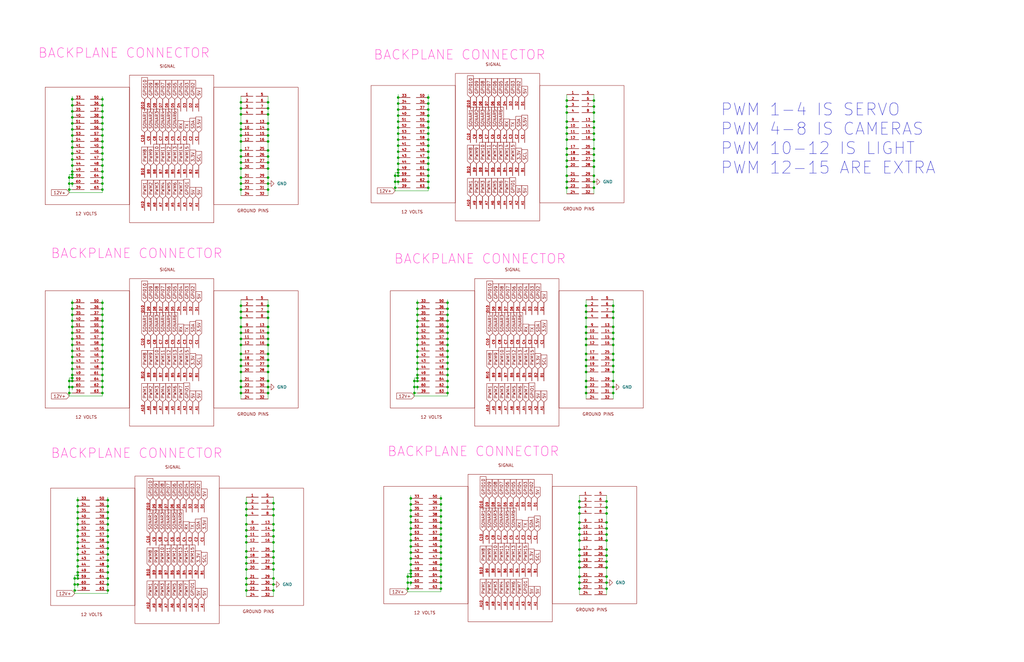
<source format=kicad_sch>
(kicad_sch (version 20230121) (generator eeschema)
  (paper "B")
  (title_block (title "Backplane PCB") (date "January 2024"))
  (lib_symbols
    (symbol "Backplaneconnector:PESC-04-40-04-01-X-VT" (pin_names (offset 1.016) hide)
      (property "Reference" "J1" (at 11.43 7.62 0))
      (property "Value" "PESC-04-40-04-01-X-VT" (at 11.43 5.08 0))
      (symbol "PESC-04-40-04-01-X-VT_0_1"
        (text "12 VOLTS \n" (at -57.15 -78.74 0) (effects (font (size 1.27 1.27))))
        (text "GROUND PINS\n" (at 12.7 -77.47 0) (effects (font (size 1.27 1.27))))
        (text "SIGNAL \n" (at -22.86 -16.51 0) (effects (font (size 1.27 1.27))))
      )
      (symbol "PESC-04-40-04-01-X-VT_1_0"
        (pin bidirectional line (at 7.62 -29.21 0) (length 5.08) (name "11") (number "1"))
        (pin bidirectional line (at 7.62 -43.18 0) (length 5.08) (name "20") (number "10"))
        (pin bidirectional line (at 7.62 -45.72 0) (length 5.08) (name "21") (number "11"))
        (pin bidirectional line (at 7.62 -48.26 0) (length 5.08) (name "22") (number "12"))
        (pin bidirectional line (at 19.05 -40.64 180) (length 5.08) (name "23") (number "13"))
        (pin bidirectional line (at 19.05 -43.18 180) (length 5.08) (name "24") (number "14"))
        (pin bidirectional line (at 19.05 -45.72 180) (length 5.08) (name "25") (number "15"))
        (pin bidirectional line (at 19.05 -48.26 180) (length 5.08) (name "26") (number "16"))
        (pin bidirectional line (at 7.62 -52.07 0) (length 5.08) (name "11") (number "17"))
        (pin bidirectional line (at 7.62 -54.61 0) (length 5.08) (name "12") (number "18"))
        (pin bidirectional line (at 7.62 -57.15 0) (length 5.08) (name "13") (number "19"))
        (pin bidirectional line (at 7.62 -31.75 0) (length 5.08) (name "12") (number "2"))
        (pin bidirectional line (at 7.62 -59.69 0) (length 5.08) (name "14") (number "20"))
        (pin bidirectional line (at 7.62 -63.5 0) (length 5.08) (name "19") (number "21"))
        (pin bidirectional line (at 7.62 -66.04 0) (length 5.08) (name "20") (number "22"))
        (pin bidirectional line (at 7.62 -68.58 0) (length 5.08) (name "") (number "23"))
        (pin bidirectional line (at 7.62 -71.12 0) (length 5.08) (name "22") (number "24"))
        (pin bidirectional line (at 19.05 -52.07 180) (length 5.08) (name "15") (number "25"))
        (pin bidirectional line (at 19.05 -54.61 180) (length 5.08) (name "16") (number "26"))
        (pin bidirectional line (at 19.05 -57.15 180) (length 5.08) (name "17") (number "27"))
        (pin bidirectional line (at 19.05 -59.69 180) (length 5.08) (name "18") (number "28"))
        (pin bidirectional line (at 19.05 -63.5 180) (length 5.08) (name "23") (number "29"))
        (pin bidirectional line (at 7.62 -34.29 0) (length 5.08) (name "13") (number "3"))
        (pin bidirectional line (at 19.05 -66.04 180) (length 5.08) (name "24") (number "30"))
        (pin bidirectional line (at 19.05 -68.58 180) (length 5.08) (name "25") (number "31"))
        (pin bidirectional line (at 19.05 -71.12 180) (length 5.08) (name "26") (number "32"))
        (pin bidirectional line (at -63.5 -30.48 0) (length 5.08) (name "11") (number "33"))
        (pin bidirectional line (at -63.5 -33.02 0) (length 5.08) (name "12") (number "34"))
        (pin bidirectional line (at -63.5 -35.56 0) (length 5.08) (name "13") (number "35"))
        (pin bidirectional line (at -50.8 -33.02 180) (length 5.08) (name "16") (number "36"))
        (pin bidirectional line (at -50.8 -35.56 180) (length 5.08) (name "17") (number "37"))
        (pin bidirectional line (at -50.8 -38.1 180) (length 5.08) (name "18") (number "38"))
        (pin bidirectional line (at -63.5 -68.58 0) (length 5.08) (name "19") (number "39"))
        (pin bidirectional line (at 7.62 -36.83 0) (length 5.08) (name "14") (number "4"))
        (pin bidirectional line (at -63.5 -38.1 0) (length 5.08) (name "14") (number "40"))
        (pin bidirectional line (at -63.5 -50.8 0) (length 5.08) (name "11") (number "41"))
        (pin bidirectional line (at -63.5 -53.34 0) (length 5.08) (name "12") (number "42"))
        (pin bidirectional line (at -63.5 -55.88 0) (length 5.08) (name "13") (number "43"))
        (pin bidirectional line (at -63.5 -58.42 0) (length 5.08) (name "14") (number "44"))
        (pin bidirectional line (at -50.8 -50.8 180) (length 5.08) (name "15") (number "45"))
        (pin bidirectional line (at -50.8 -53.34 180) (length 5.08) (name "16") (number "46"))
        (pin bidirectional line (at -50.8 -55.88 180) (length 5.08) (name "17") (number "47"))
        (pin bidirectional line (at -50.8 -58.42 180) (length 5.08) (name "18") (number "48"))
        (pin bidirectional line (at -63.5 -60.96 0) (length 5.08) (name "19") (number "49"))
        (pin bidirectional line (at 19.05 -29.21 180) (length 5.08) (name "15") (number "5"))
        (pin bidirectional line (at -50.8 -30.48 180) (length 5.08) (name "15") (number "50"))
        (pin bidirectional line (at -63.5 -40.64 0) (length 5.08) (name "11") (number "51"))
        (pin bidirectional line (at -63.5 -43.18 0) (length 5.08) (name "12") (number "52"))
        (pin bidirectional line (at -63.5 -45.72 0) (length 5.08) (name "13") (number "53"))
        (pin bidirectional line (at -63.5 -48.26 0) (length 5.08) (name "14") (number "54"))
        (pin bidirectional line (at -50.8 -40.64 180) (length 5.08) (name "15") (number "55"))
        (pin bidirectional line (at -50.8 -43.18 180) (length 5.08) (name "16") (number "56"))
        (pin bidirectional line (at -50.8 -45.72 180) (length 5.08) (name "17") (number "57"))
        (pin bidirectional line (at -50.8 -48.26 180) (length 5.08) (name "18") (number "58"))
        (pin bidirectional line (at -63.5 -63.5 0) (length 5.08) (name "19") (number "59"))
        (pin bidirectional line (at 19.05 -31.75 180) (length 5.08) (name "16") (number "6"))
        (pin bidirectional line (at -63.5 -66.04 0) (length 5.08) (name "20") (number "60"))
        (pin bidirectional line (at -50.8 -60.96 180) (length 5.08) (name "23") (number "61"))
        (pin bidirectional line (at -50.8 -66.04 180) (length 5.08) (name "25") (number "62"))
        (pin bidirectional line (at -50.8 -68.58 180) (length 5.08) (name "26") (number "63"))
        (pin bidirectional line (at -50.8 -63.5 180) (length 5.08) (name "24") (number "64"))
        (pin bidirectional line (at 19.05 -34.29 180) (length 5.08) (name "17") (number "7"))
        (pin bidirectional line (at 19.05 -36.83 180) (length 5.08) (name "18") (number "8"))
        (pin bidirectional line (at 7.62 -40.64 0) (length 5.08) (name "19") (number "9"))
        (pin bidirectional line (at -10.16 -72.39 270) (length 5.08) (name "1") (number "A1"))
        (pin bidirectional line (at -33.02 -72.39 270) (length 5.08) (name "10") (number "A10"))
        (pin bidirectional line (at -12.7 -72.39 270) (length 5.08) (name "2") (number "A2"))
        (pin bidirectional line (at -15.24 -72.39 270) (length 5.08) (name "3") (number "A3"))
        (pin bidirectional line (at -17.78 -72.39 270) (length 5.08) (name "4") (number "A4"))
        (pin bidirectional line (at -20.32 -72.39 270) (length 5.08) (name "5") (number "A5"))
        (pin bidirectional line (at -22.86 -72.39 270) (length 5.08) (name "6") (number "A6"))
        (pin bidirectional line (at -25.4 -72.39 270) (length 5.08) (name "7") (number "A7"))
        (pin bidirectional line (at -27.94 -72.39 270) (length 5.08) (name "8") (number "A8"))
        (pin bidirectional line (at -30.48 -72.39 270) (length 5.08) (name "9") (number "A9"))
        (pin bidirectional line (at -10.16 -58.42 270) (length 5.08) (name "1") (number "B1"))
        (pin bidirectional line (at -33.02 -58.42 270) (length 5.08) (name "10") (number "B10"))
        (pin bidirectional line (at -12.7 -58.42 270) (length 5.08) (name "2") (number "B2"))
        (pin bidirectional line (at -15.24 -58.42 270) (length 5.08) (name "3") (number "B3"))
        (pin bidirectional line (at -17.78 -58.42 270) (length 5.08) (name "4") (number "B4"))
        (pin bidirectional line (at -20.32 -58.42 270) (length 5.08) (name "5") (number "B5"))
        (pin bidirectional line (at -22.86 -58.42 270) (length 5.08) (name "6") (number "B6"))
        (pin bidirectional line (at -25.4 -58.42 270) (length 5.08) (name "7") (number "B7"))
        (pin bidirectional line (at -27.94 -58.42 270) (length 5.08) (name "8") (number "B8"))
        (pin bidirectional line (at -30.48 -58.42 270) (length 5.08) (name "9") (number "B9"))
        (pin bidirectional line (at -10.16 -44.45 270) (length 5.08) (name "1") (number "C1"))
        (pin bidirectional line (at -33.02 -44.45 270) (length 5.08) (name "10") (number "C10"))
        (pin bidirectional line (at -12.7 -44.45 270) (length 5.08) (name "2") (number "C2"))
        (pin bidirectional line (at -15.24 -44.45 270) (length 5.08) (name "3") (number "C3"))
        (pin bidirectional line (at -17.78 -44.45 270) (length 5.08) (name "4") (number "C4"))
        (pin bidirectional line (at -20.32 -44.45 270) (length 5.08) (name "5") (number "C5"))
        (pin bidirectional line (at -22.86 -44.45 270) (length 5.08) (name "6") (number "C6"))
        (pin bidirectional line (at -25.4 -44.45 270) (length 5.08) (name "7") (number "C7"))
        (pin bidirectional line (at -27.94 -44.45 270) (length 5.08) (name "8") (number "C8"))
        (pin bidirectional line (at -30.48 -44.45 270) (length 5.08) (name "9") (number "C9"))
        (pin bidirectional line (at -10.16 -30.48 270) (length 5.08) (name "1") (number "D1"))
        (pin bidirectional line (at -33.02 -30.48 270) (length 5.08) (name "10") (number "D10"))
        (pin bidirectional line (at -12.7 -30.48 270) (length 5.08) (name "2") (number "D2"))
        (pin bidirectional line (at -15.24 -30.48 270) (length 5.08) (name "3") (number "D3"))
        (pin bidirectional line (at -17.78 -30.48 270) (length 5.08) (name "4") (number "D4"))
        (pin bidirectional line (at -20.32 -30.48 270) (length 5.08) (name "5") (number "D5"))
        (pin bidirectional line (at -22.86 -30.48 270) (length 5.08) (name "6") (number "D6"))
        (pin bidirectional line (at -25.4 -30.48 270) (length 5.08) (name "7") (number "D7"))
        (pin bidirectional line (at -27.94 -30.48 270) (length 5.08) (name "8") (number "D8"))
        (pin bidirectional line (at -30.48 -30.48 270) (length 5.08) (name "9") (number "D9"))
      )
      (symbol "PESC-04-40-04-01-X-VT_2_0"
        (pin bidirectional line (at 7.62 -29.21 0) (length 5.08) (name "11") (number "17"))
        (pin bidirectional line (at 7.62 -31.75 0) (length 5.08) (name "12") (number "18"))
        (pin bidirectional line (at 7.62 -34.29 0) (length 5.08) (name "13") (number "19"))
        (pin bidirectional line (at 7.62 -36.83 0) (length 5.08) (name "14") (number "20"))
        (pin bidirectional line (at 19.05 -29.21 180) (length 5.08) (name "15") (number "21"))
        (pin bidirectional line (at 19.05 -31.75 180) (length 5.08) (name "16") (number "22"))
        (pin bidirectional line (at 19.05 -34.29 180) (length 5.08) (name "17") (number "23"))
        (pin bidirectional line (at 19.05 -36.83 180) (length 5.08) (name "18") (number "24"))
        (pin bidirectional line (at 7.62 -40.64 0) (length 5.08) (name "19") (number "25"))
        (pin bidirectional line (at 7.62 -43.18 0) (length 5.08) (name "20") (number "26"))
        (pin bidirectional line (at 7.62 -45.72 0) (length 5.08) (name "21") (number "27"))
        (pin bidirectional line (at 7.62 -48.26 0) (length 5.08) (name "22") (number "28"))
        (pin bidirectional line (at 19.05 -40.64 180) (length 5.08) (name "23") (number "29"))
        (pin bidirectional line (at 19.05 -43.18 180) (length 5.08) (name "24") (number "30"))
        (pin bidirectional line (at 19.05 -45.72 180) (length 5.08) (name "25") (number "31"))
        (pin bidirectional line (at 19.05 -48.26 180) (length 5.08) (name "26") (number "32"))
        (pin bidirectional line (at 43.18 -25.4 0) (length 5.08) (name "1") (number "B1"))
        (pin bidirectional line (at 43.18 -48.26 0) (length 5.08) (name "10") (number "B10"))
        (pin bidirectional line (at 43.18 -27.94 0) (length 5.08) (name "2") (number "B2"))
        (pin bidirectional line (at 43.18 -30.48 0) (length 5.08) (name "3") (number "B3"))
        (pin bidirectional line (at 43.18 -33.02 0) (length 5.08) (name "4") (number "B4"))
        (pin bidirectional line (at 43.18 -35.56 0) (length 5.08) (name "5") (number "B5"))
        (pin bidirectional line (at 43.18 -38.1 0) (length 5.08) (name "6") (number "B6"))
        (pin bidirectional line (at 43.18 -40.64 0) (length 5.08) (name "7") (number "B7"))
        (pin bidirectional line (at 43.18 -43.18 0) (length 5.08) (name "8") (number "B8"))
        (pin bidirectional line (at 43.18 -45.72 0) (length 5.08) (name "9") (number "B9"))
      )
      (symbol "PESC-04-40-04-01-X-VT_3_0"
        (pin bidirectional line (at 7.62 -29.21 0) (length 5.08) (name "11") (number "33"))
        (pin bidirectional line (at 7.62 -31.75 0) (length 5.08) (name "12") (number "34"))
        (pin bidirectional line (at 7.62 -34.29 0) (length 5.08) (name "13") (number "35"))
        (pin bidirectional line (at 7.62 -36.83 0) (length 5.08) (name "14") (number "36"))
        (pin bidirectional line (at 19.05 -29.21 180) (length 5.08) (name "15") (number "37"))
        (pin bidirectional line (at 19.05 -31.75 180) (length 5.08) (name "16") (number "38"))
        (pin bidirectional line (at 19.05 -34.29 180) (length 5.08) (name "17") (number "39"))
        (pin bidirectional line (at 19.05 -36.83 180) (length 5.08) (name "18") (number "40"))
        (pin bidirectional line (at 7.62 -40.64 0) (length 5.08) (name "19") (number "41"))
        (pin bidirectional line (at 7.62 -43.18 0) (length 5.08) (name "20") (number "42"))
        (pin bidirectional line (at 7.62 -45.72 0) (length 5.08) (name "21") (number "43"))
        (pin bidirectional line (at 7.62 -48.26 0) (length 5.08) (name "22") (number "44"))
        (pin bidirectional line (at 19.05 -40.64 180) (length 5.08) (name "23") (number "45"))
        (pin bidirectional line (at 19.05 -43.18 180) (length 5.08) (name "24") (number "46"))
        (pin bidirectional line (at 19.05 -45.72 180) (length 5.08) (name "25") (number "47"))
        (pin bidirectional line (at 19.05 -48.26 180) (length 5.08) (name "26") (number "48"))
        (pin bidirectional line (at 43.18 -25.4 0) (length 5.08) (name "1") (number "C1"))
        (pin bidirectional line (at 43.18 -48.26 0) (length 5.08) (name "10") (number "C10"))
        (pin bidirectional line (at 43.18 -27.94 0) (length 5.08) (name "2") (number "C2"))
        (pin bidirectional line (at 43.18 -30.48 0) (length 5.08) (name "3") (number "C3"))
        (pin bidirectional line (at 43.18 -33.02 0) (length 5.08) (name "4") (number "C4"))
        (pin bidirectional line (at 43.18 -35.56 0) (length 5.08) (name "5") (number "C5"))
        (pin bidirectional line (at 43.18 -38.1 0) (length 5.08) (name "6") (number "C6"))
        (pin bidirectional line (at 43.18 -40.64 0) (length 5.08) (name "7") (number "C7"))
        (pin bidirectional line (at 43.18 -43.18 0) (length 5.08) (name "8") (number "C8"))
        (pin bidirectional line (at 43.18 -45.72 0) (length 5.08) (name "9") (number "C9"))
      )
      (symbol "PESC-04-40-04-01-X-VT_4_0"
        (pin bidirectional line (at 7.62 -29.21 0) (length 5.08) (name "11") (number "49"))
        (pin bidirectional line (at 7.62 -31.75 0) (length 5.08) (name "12") (number "50"))
        (pin bidirectional line (at 7.62 -34.29 0) (length 5.08) (name "13") (number "51"))
        (pin bidirectional line (at 7.62 -36.83 0) (length 5.08) (name "14") (number "52"))
        (pin bidirectional line (at 19.05 -29.21 180) (length 5.08) (name "15") (number "53"))
        (pin bidirectional line (at 19.05 -31.75 180) (length 5.08) (name "16") (number "54"))
        (pin bidirectional line (at 19.05 -34.29 180) (length 5.08) (name "17") (number "55"))
        (pin bidirectional line (at 19.05 -36.83 180) (length 5.08) (name "18") (number "56"))
        (pin bidirectional line (at 7.62 -40.64 0) (length 5.08) (name "19") (number "57"))
        (pin bidirectional line (at 7.62 -43.18 0) (length 5.08) (name "20") (number "58"))
        (pin bidirectional line (at 7.62 -45.72 0) (length 5.08) (name "21") (number "59"))
        (pin bidirectional line (at 7.62 -48.26 0) (length 5.08) (name "22") (number "60"))
        (pin bidirectional line (at 19.05 -40.64 180) (length 5.08) (name "23") (number "61"))
        (pin bidirectional line (at 19.05 -43.18 180) (length 5.08) (name "24") (number "62"))
        (pin bidirectional line (at 19.05 -45.72 180) (length 5.08) (name "25") (number "63"))
        (pin bidirectional line (at 19.05 -48.26 180) (length 5.08) (name "26") (number "64"))
        (pin bidirectional line (at 43.18 -25.4 0) (length 5.08) (name "1") (number "D1"))
        (pin bidirectional line (at 43.18 -48.26 0) (length 5.08) (name "10") (number "D10"))
        (pin bidirectional line (at 43.18 -27.94 0) (length 5.08) (name "2") (number "D2"))
        (pin bidirectional line (at 43.18 -30.48 0) (length 5.08) (name "3") (number "D3"))
        (pin bidirectional line (at 43.18 -33.02 0) (length 5.08) (name "4") (number "D4"))
        (pin bidirectional line (at 43.18 -35.56 0) (length 5.08) (name "5") (number "D5"))
        (pin bidirectional line (at 43.18 -38.1 0) (length 5.08) (name "6") (number "D6"))
        (pin bidirectional line (at 43.18 -40.64 0) (length 5.08) (name "7") (number "D7"))
        (pin bidirectional line (at 43.18 -43.18 0) (length 5.08) (name "8") (number "D8"))
        (pin bidirectional line (at 43.18 -45.72 0) (length 5.08) (name "9") (number "D9"))
      )
    )
    (symbol "power:GND" (power) (pin_names (offset 0))
      (property "Value" "GND" (at 0 -3.81 0))
      (symbol "GND_1_1"
        (pin power_in line (at 0 0 270) (length 0) hide (name "GND") (number "1"))
      )
    )
  )
  (junction (at 43.18 127.762))
  (junction (at 180.594 79.248))
  (junction (at 247.142 163.322))
  (junction (at 30.48 140.462))
  (junction (at 30.48 52.07))
  (junction (at 176.022 135.382))
  (junction (at 244.348 214.122))
  (junction (at 239.014 65.278))
  (junction (at 101.6 134.112))
  (junction (at 167.894 48.768))
  (junction (at 173.228 230.632))
  (junction (at 32.766 241.554))
  (junction (at 103.886 240.284))
  (junction (at 167.894 76.708))
  (junction (at 185.928 220.472))
  (junction (at 45.466 221.234))
  (junction (at 185.928 245.872))
  (junction (at 173.228 210.312))
  (junction (at 250.444 65.278))
  (junction (at 101.6 54.61))
  (junction (at 250.444 74.168))
  (junction (at 113.03 165.862))
  (junction (at 115.316 223.774))
  (junction (at 31.496 249.174))
  (junction (at 113.03 48.26))
  (junction (at 185.928 248.412))
  (junction (at 166.624 79.248))
  (junction (at 113.03 77.47))
  (junction (at 101.6 137.922))
  (junction (at 43.18 135.382))
  (junction (at 180.594 69.088))
  (junction (at 115.316 226.314))
  (junction (at 113.03 145.542))
  (junction (at 101.6 143.002))
  (junction (at 101.6 163.322))
  (junction (at 103.886 249.174))
  (junction (at 239.014 76.708))
  (junction (at 43.18 140.462))
  (junction (at 239.014 79.248))
  (junction (at 101.6 154.432))
  (junction (at 43.18 143.002))
  (junction (at 250.444 76.708))
  (junction (at 173.228 217.932))
  (junction (at 180.594 64.008))
  (junction (at 239.014 56.388))
  (junction (at 244.348 223.012))
  (junction (at 244.348 225.552))
  (junction (at 32.766 226.314))
  (junction (at 188.722 140.462))
  (junction (at 176.022 158.242))
  (junction (at 250.444 70.358))
  (junction (at 101.6 68.58))
  (junction (at 180.594 74.168))
  (junction (at 250.444 47.498))
  (junction (at 188.722 145.542))
  (junction (at 31.496 246.634))
  (junction (at 258.572 154.432))
  (junction (at 173.228 220.472))
  (junction (at 180.594 71.628))
  (junction (at 250.444 53.848))
  (junction (at 43.18 69.85))
  (junction (at 32.766 231.394))
  (junction (at 176.022 150.622))
  (junction (at 185.928 228.092))
  (junction (at 103.886 232.664))
  (junction (at 30.48 77.47))
  (junction (at 30.48 160.782))
  (junction (at 250.444 44.958))
  (junction (at 32.766 236.474))
  (junction (at 167.894 56.388))
  (junction (at 185.928 230.632))
  (junction (at 188.722 158.242))
  (junction (at 113.03 137.922))
  (junction (at 188.722 165.862))
  (junction (at 188.722 130.302))
  (junction (at 30.48 159.512))
  (junction (at 250.444 79.248))
  (junction (at 113.03 149.352))
  (junction (at 167.894 64.008))
  (junction (at 247.142 140.462))
  (junction (at 113.03 74.93))
  (junction (at 45.466 239.014))
  (junction (at 30.48 46.99))
  (junction (at 185.928 225.552))
  (junction (at 113.03 71.12))
  (junction (at 173.228 212.852))
  (junction (at 101.6 140.462))
  (junction (at 247.142 145.542))
  (junction (at 30.48 145.542))
  (junction (at 255.778 223.012))
  (junction (at 180.594 61.468))
  (junction (at 255.778 220.472))
  (junction (at 173.228 235.712))
  (junction (at 167.894 71.628))
  (junction (at 113.03 160.782))
  (junction (at 45.466 241.554))
  (junction (at 185.928 243.332))
  (junction (at 188.722 150.622))
  (junction (at 101.6 71.12))
  (junction (at 30.48 135.382))
  (junction (at 43.18 62.23))
  (junction (at 258.572 149.352))
  (junction (at 30.48 132.842))
  (junction (at 174.752 160.782))
  (junction (at 101.6 131.572))
  (junction (at 250.444 42.418))
  (junction (at 29.21 165.862))
  (junction (at 239.014 42.418))
  (junction (at 101.6 165.862))
  (junction (at 43.18 130.302))
  (junction (at 45.466 216.154))
  (junction (at 173.228 215.392))
  (junction (at 30.48 54.61))
  (junction (at 185.928 215.392))
  (junction (at 247.142 156.972))
  (junction (at 180.594 58.928))
  (junction (at 32.766 221.234))
  (junction (at 255.778 225.552))
  (junction (at 101.6 45.72))
  (junction (at 173.228 243.332))
  (junction (at 32.766 233.934))
  (junction (at 103.886 212.344))
  (junction (at 244.348 239.522))
  (junction (at 239.014 74.168))
  (junction (at 167.894 72.898))
  (junction (at 180.594 76.708))
  (junction (at 103.886 237.744))
  (junction (at 171.958 245.872))
  (junction (at 255.778 228.092))
  (junction (at 255.778 236.982))
  (junction (at 247.142 151.892))
  (junction (at 101.6 63.5))
  (junction (at 115.316 221.234))
  (junction (at 180.594 51.308))
  (junction (at 43.18 41.91))
  (junction (at 115.316 214.884))
  (junction (at 185.928 233.172))
  (junction (at 101.6 48.26))
  (junction (at 115.316 246.634))
  (junction (at 113.03 66.04))
  (junction (at 247.142 149.352))
  (junction (at 30.48 59.69))
  (junction (at 185.928 212.852))
  (junction (at 30.48 72.39))
  (junction (at 244.348 243.332))
  (junction (at 101.6 43.18))
  (junction (at 258.572 129.032))
  (junction (at 45.466 233.934))
  (junction (at 244.348 245.872))
  (junction (at 176.022 132.842))
  (junction (at 255.778 243.332))
  (junction (at 43.18 77.47))
  (junction (at 30.48 62.23))
  (junction (at 32.766 244.094))
  (junction (at 115.316 228.854))
  (junction (at 43.18 72.39))
  (junction (at 180.594 56.388))
  (junction (at 103.886 221.234))
  (junction (at 43.18 150.622))
  (junction (at 103.886 228.854))
  (junction (at 45.466 231.394))
  (junction (at 32.766 242.824))
  (junction (at 176.022 140.462))
  (junction (at 180.594 41.148))
  (junction (at 113.03 68.58))
  (junction (at 103.886 244.094))
  (junction (at 101.6 52.07))
  (junction (at 188.722 135.382))
  (junction (at 113.03 129.032))
  (junction (at 185.928 238.252))
  (junction (at 185.928 223.012))
  (junction (at 45.466 236.474))
  (junction (at 188.722 155.702))
  (junction (at 173.228 233.172))
  (junction (at 188.722 137.922))
  (junction (at 166.624 74.168))
  (junction (at 103.886 217.424))
  (junction (at 32.766 218.694))
  (junction (at 30.48 150.622))
  (junction (at 113.03 63.5))
  (junction (at 185.928 240.792))
  (junction (at 167.894 41.148))
  (junction (at 255.778 245.872))
  (junction (at 258.572 143.002))
  (junction (at 239.014 53.848))
  (junction (at 247.142 154.432))
  (junction (at 32.766 211.074))
  (junction (at 244.348 228.092))
  (junction (at 101.6 129.032))
  (junction (at 43.18 52.07))
  (junction (at 103.886 235.204))
  (junction (at 113.03 52.07))
  (junction (at 250.444 56.388))
  (junction (at 103.886 246.634))
  (junction (at 176.022 130.302))
  (junction (at 167.894 66.548))
  (junction (at 101.6 151.892))
  (junction (at 258.572 140.462))
  (junction (at 258.572 165.862))
  (junction (at 115.316 235.204))
  (junction (at 115.316 249.174))
  (junction (at 258.572 131.572))
  (junction (at 43.18 137.922))
  (junction (at 113.03 134.112))
  (junction (at 43.18 46.99))
  (junction (at 103.886 226.314))
  (junction (at 45.466 223.774))
  (junction (at 167.894 43.688))
  (junction (at 43.18 160.782))
  (junction (at 167.894 61.468))
  (junction (at 174.752 163.322))
  (junction (at 188.722 148.082))
  (junction (at 43.18 64.77))
  (junction (at 255.778 214.122))
  (junction (at 188.722 143.002))
  (junction (at 167.894 53.848))
  (junction (at 30.48 130.302))
  (junction (at 43.18 155.702))
  (junction (at 113.03 59.69))
  (junction (at 101.6 59.69))
  (junction (at 250.444 67.818))
  (junction (at 113.03 45.72))
  (junction (at 113.03 54.61))
  (junction (at 185.928 217.932))
  (junction (at 30.48 73.66))
  (junction (at 45.466 244.094))
  (junction (at 115.316 240.284))
  (junction (at 43.18 163.322))
  (junction (at 250.444 58.928))
  (junction (at 176.022 155.702))
  (junction (at 31.496 244.094))
  (junction (at 244.348 234.442))
  (junction (at 30.48 158.242))
  (junction (at 239.014 70.358))
  (junction (at 247.142 143.002))
  (junction (at 247.142 129.032))
  (junction (at 247.142 134.112))
  (junction (at 176.022 127.762))
  (junction (at 43.18 153.162))
  (junction (at 173.228 225.552))
  (junction (at 43.18 59.69))
  (junction (at 176.022 143.002))
  (junction (at 101.6 77.47))
  (junction (at 43.18 80.01))
  (junction (at 32.766 246.634))
  (junction (at 176.022 159.512))
  (junction (at 247.142 131.572))
  (junction (at 173.228 242.062))
  (junction (at 29.21 80.01))
  (junction (at 113.03 131.572))
  (junction (at 30.48 163.322))
  (junction (at 255.778 231.902))
  (junction (at 30.48 64.77))
  (junction (at 239.014 67.818))
  (junction (at 244.348 216.662))
  (junction (at 103.886 214.884))
  (junction (at 180.594 43.688))
  (junction (at 32.766 213.614))
  (junction (at 180.594 48.768))
  (junction (at 180.594 66.548))
  (junction (at 255.778 248.412))
  (junction (at 43.18 49.53))
  (junction (at 101.6 57.15))
  (junction (at 113.03 163.322))
  (junction (at 32.766 239.014))
  (junction (at 30.48 69.85))
  (junction (at 32.766 223.774))
  (junction (at 239.014 44.958))
  (junction (at 244.348 236.982))
  (junction (at 103.886 223.774))
  (junction (at 176.022 163.322))
  (junction (at 167.894 46.228))
  (junction (at 173.228 238.252))
  (junction (at 43.18 67.31))
  (junction (at 250.444 51.308))
  (junction (at 255.778 239.522))
  (junction (at 43.18 145.542))
  (junction (at 167.894 74.168))
  (junction (at 30.48 127.762))
  (junction (at 188.722 160.782))
  (junction (at 171.958 248.412))
  (junction (at 30.48 143.002))
  (junction (at 29.21 77.47))
  (junction (at 247.142 165.862))
  (junction (at 173.228 240.792))
  (junction (at 45.466 226.314))
  (junction (at 188.722 153.162))
  (junction (at 239.014 62.738))
  (junction (at 176.022 160.782))
  (junction (at 255.778 216.662))
  (junction (at 29.21 163.322))
  (junction (at 258.572 160.782))
  (junction (at 101.6 145.542))
  (junction (at 244.348 231.902))
  (junction (at 176.022 145.542))
  (junction (at 176.022 148.082))
  (junction (at 247.142 137.922))
  (junction (at 167.894 69.088))
  (junction (at 101.6 156.972))
  (junction (at 30.48 67.31))
  (junction (at 45.466 246.634))
  (junction (at 30.48 74.93))
  (junction (at 244.348 211.582))
  (junction (at 43.18 132.842))
  (junction (at 166.624 76.708))
  (junction (at 43.18 44.45))
  (junction (at 101.6 74.93))
  (junction (at 30.48 49.53))
  (junction (at 43.18 57.15))
  (junction (at 173.228 223.012))
  (junction (at 45.466 249.174))
  (junction (at 255.778 234.442))
  (junction (at 258.572 156.972))
  (junction (at 45.466 213.614))
  (junction (at 113.03 43.18))
  (junction (at 113.03 154.432))
  (junction (at 113.03 143.002))
  (junction (at 239.014 58.928))
  (junction (at 188.722 132.842))
  (junction (at 45.466 218.694))
  (junction (at 180.594 46.228))
  (junction (at 258.572 145.542))
  (junction (at 43.18 148.082))
  (junction (at 30.48 137.922))
  (junction (at 176.022 153.162))
  (junction (at 188.722 163.322))
  (junction (at 244.348 220.472))
  (junction (at 30.48 44.45))
  (junction (at 45.466 211.074))
  (junction (at 180.594 53.848))
  (junction (at 115.316 237.744))
  (junction (at 185.928 210.312))
  (junction (at 43.18 165.862))
  (junction (at 258.572 151.892))
  (junction (at 43.18 54.61))
  (junction (at 255.778 211.582))
  (junction (at 185.928 235.712))
  (junction (at 239.014 51.308))
  (junction (at 30.48 57.15))
  (junction (at 113.03 57.15))
  (junction (at 173.228 245.872))
  (junction (at 29.21 160.782))
  (junction (at 244.348 248.412))
  (junction (at 30.48 148.082))
  (junction (at 32.766 216.154))
  (junction (at 171.958 243.332))
  (junction (at 113.03 140.462))
  (junction (at 113.03 151.892))
  (junction (at 30.48 153.162))
  (junction (at 113.03 156.972))
  (junction (at 174.752 165.862))
  (junction (at 101.6 160.782))
  (junction (at 258.572 134.112))
  (junction (at 247.142 160.782))
  (junction (at 30.48 155.702))
  (junction (at 43.18 158.242))
  (junction (at 173.228 228.092))
  (junction (at 115.316 212.344))
  (junction (at 32.766 228.854))
  (junction (at 188.722 127.762))
  (junction (at 115.316 217.424))
  (junction (at 113.03 80.01))
  (junction (at 250.444 62.738))
  (junction (at 176.022 137.922))
  (junction (at 29.21 74.93))
  (junction (at 43.18 74.93))
  (junction (at 258.572 163.322))
  (junction (at 115.316 232.664))
  (junction (at 115.316 244.094))
  (junction (at 45.466 228.854))
  (junction (at 258.572 137.922))
  (junction (at 101.6 66.04))
  (junction (at 101.6 149.352))
  (junction (at 239.014 47.498))
  (junction (at 167.894 51.308))
  (junction (at 101.6 80.01))
  (junction (at 167.894 58.928))
  (junction (at 30.48 41.91))
  (wire (pts (xy 176.022 155.702) (xy 176.022 158.242)))
  (wire (pts (xy 247.142 151.892) (xy 247.142 154.432)))
  (wire (pts (xy 43.18 148.082) (xy 43.18 150.622)))
  (wire (pts (xy 167.894 41.148) (xy 167.894 43.688)))
  (wire (pts (xy 113.03 48.26) (xy 113.03 52.07)))
  (wire (pts (xy 43.18 54.61) (xy 43.18 57.15)))
  (wire (pts (xy 103.886 226.314) (xy 103.886 228.854)))
  (wire (pts (xy 188.722 126.492) (xy 188.722 127.762)))
  (wire (pts (xy 32.766 221.234) (xy 32.766 223.774)))
  (wire (pts (xy 113.03 40.64) (xy 113.03 43.18)))
  (wire (pts (xy 30.48 140.462) (xy 30.48 143.002)))
  (wire (pts (xy 30.48 143.002) (xy 30.48 145.542)))
  (wire (pts (xy 115.316 209.804) (xy 115.316 212.344)))
  (wire (pts (xy 185.928 233.172) (xy 185.928 235.712)))
  (wire (pts (xy 115.316 221.234) (xy 115.316 223.774)))
  (wire (pts (xy 239.014 62.738) (xy 239.014 65.278)))
  (wire (pts (xy 171.958 249.682) (xy 185.928 249.682)))
  (wire (pts (xy 167.894 48.768) (xy 167.894 51.308)))
  (wire (pts (xy 113.03 66.04) (xy 113.03 68.58)))
  (wire (pts (xy 250.444 44.958) (xy 250.444 47.498)))
  (wire (pts (xy 45.466 249.174) (xy 45.466 250.444)))
  (wire (pts (xy 115.316 223.774) (xy 115.316 226.314)))
  (wire (pts (xy 113.03 134.112) (xy 113.03 137.922)))
  (wire (pts (xy 103.886 214.884) (xy 103.886 217.424)))
  (wire (pts (xy 43.18 80.01) (xy 43.18 81.28)))
  (wire (pts (xy 171.958 242.062) (xy 171.958 243.332)))
  (wire (pts (xy 239.014 76.708) (xy 239.014 79.248)))
  (wire (pts (xy 29.21 74.93) (xy 29.21 77.47)))
  (wire (pts (xy 115.316 214.884) (xy 115.316 217.424)))
  (wire (pts (xy 103.886 246.634) (xy 103.886 249.174)))
  (wire (pts (xy 29.21 77.47) (xy 29.21 80.01)))
  (wire (pts (xy 101.6 71.12) (xy 101.6 74.93)))
  (wire (pts (xy 255.778 245.872) (xy 255.778 248.412)))
  (wire (pts (xy 167.894 51.308) (xy 167.894 53.848)))
  (wire (pts (xy 103.886 232.664) (xy 103.886 235.204)))
  (wire (pts (xy 101.6 134.112) (xy 101.6 137.922)))
  (wire (pts (xy 113.03 45.72) (xy 113.03 48.26)))
  (wire (pts (xy 258.572 131.572) (xy 258.572 134.112)))
  (wire (pts (xy 45.466 228.854) (xy 45.466 231.394)))
  (wire (pts (xy 239.014 51.308) (xy 239.014 53.848)))
  (wire (pts (xy 247.142 165.862) (xy 247.142 168.402)))
  (wire (pts (xy 173.228 223.012) (xy 173.228 225.552)))
  (wire (pts (xy 101.6 54.61) (xy 101.6 57.15)))
  (wire (pts (xy 43.18 67.31) (xy 43.18 69.85)))
  (wire (pts (xy 113.03 74.93) (xy 113.03 77.47)))
  (wire (pts (xy 250.444 58.928) (xy 250.444 62.738)))
  (wire (pts (xy 173.228 212.852) (xy 173.228 215.392)))
  (wire (pts (xy 113.03 137.922) (xy 113.03 140.462)))
  (wire (pts (xy 32.766 226.314) (xy 32.766 228.854)))
  (wire (pts (xy 32.766 244.094) (xy 31.496 244.094)))
  (wire (pts (xy 185.928 235.712) (xy 185.928 238.252)))
  (wire (pts (xy 188.722 132.842) (xy 188.722 135.382)))
  (wire (pts (xy 188.722 158.242) (xy 188.722 160.782)))
  (wire (pts (xy 43.18 44.45) (xy 43.18 46.99)))
  (wire (pts (xy 30.48 130.302) (xy 30.48 132.842)))
  (wire (pts (xy 45.466 239.014) (xy 45.466 241.554)))
  (wire (pts (xy 45.466 246.634) (xy 45.466 249.174)))
  (wire (pts (xy 250.444 65.278) (xy 250.444 67.818)))
  (wire (pts (xy 188.722 140.462) (xy 188.722 143.002)))
  (wire (pts (xy 45.466 221.234) (xy 45.466 223.774)))
  (wire (pts (xy 101.6 137.922) (xy 101.6 140.462)))
  (wire (pts (xy 173.228 235.712) (xy 173.228 238.252)))
  (wire (pts (xy 250.444 56.388) (xy 250.444 58.928)))
  (wire (pts (xy 173.228 215.392) (xy 173.228 217.932)))
  (wire (pts (xy 32.766 209.804) (xy 32.766 211.074)))
  (wire (pts (xy 171.958 242.062) (xy 173.228 242.062)))
  (wire (pts (xy 176.022 163.322) (xy 176.022 164.592)))
  (wire (pts (xy 173.228 217.932) (xy 173.228 220.472)))
  (wire (pts (xy 29.21 159.512) (xy 30.48 159.512)))
  (wire (pts (xy 247.142 126.492) (xy 247.142 129.032)))
  (wire (pts (xy 30.48 67.31) (xy 30.48 69.85)))
  (wire (pts (xy 255.778 248.412) (xy 255.778 250.952)))
  (wire (pts (xy 103.886 249.174) (xy 103.886 251.714)))
  (wire (pts (xy 239.014 58.928) (xy 239.014 62.738)))
  (wire (pts (xy 247.142 131.572) (xy 247.142 134.112)))
  (wire (pts (xy 101.6 149.352) (xy 101.6 151.892)))
  (wire (pts (xy 101.6 126.492) (xy 101.6 129.032)))
  (wire (pts (xy 43.18 72.39) (xy 43.18 74.93)))
  (wire (pts (xy 30.48 69.85) (xy 30.48 72.39)))
  (wire (pts (xy 173.228 238.252) (xy 173.228 240.792)))
  (wire (pts (xy 113.03 131.572) (xy 113.03 134.112)))
  (wire (pts (xy 30.48 59.69) (xy 30.48 62.23)))
  (wire (pts (xy 250.444 51.308) (xy 250.444 53.848)))
  (wire (pts (xy 43.18 41.91) (xy 43.18 44.45)))
  (wire (pts (xy 101.6 52.07) (xy 101.6 54.61)))
  (wire (pts (xy 258.572 140.462) (xy 258.572 143.002)))
  (wire (pts (xy 113.03 149.352) (xy 113.03 151.892)))
  (wire (pts (xy 185.928 209.042) (xy 185.928 210.312)))
  (wire (pts (xy 258.572 154.432) (xy 258.572 156.972)))
  (wire (pts (xy 258.572 165.862) (xy 258.572 168.402)))
  (wire (pts (xy 167.894 53.848) (xy 167.894 56.388)))
  (wire (pts (xy 247.142 140.462) (xy 247.142 143.002)))
  (wire (pts (xy 32.766 216.154) (xy 32.766 218.694)))
  (wire (pts (xy 30.48 150.622) (xy 30.48 153.162)))
  (wire (pts (xy 43.18 153.162) (xy 43.18 155.702)))
  (wire (pts (xy 113.03 156.972) (xy 113.03 160.782)))
  (wire (pts (xy 113.03 151.892) (xy 113.03 154.432)))
  (wire (pts (xy 180.594 64.008) (xy 180.594 66.548)))
  (wire (pts (xy 167.894 72.898) (xy 167.894 74.168)))
  (wire (pts (xy 180.594 41.148) (xy 180.594 43.688)))
  (wire (pts (xy 30.48 77.47) (xy 29.21 77.47)))
  (wire (pts (xy 180.594 71.628) (xy 180.594 74.168)))
  (wire (pts (xy 31.496 246.634) (xy 31.496 249.174)))
  (wire (pts (xy 244.348 223.012) (xy 244.348 225.552)))
  (wire (pts (xy 174.752 167.132) (xy 188.722 167.132)))
  (wire (pts (xy 185.928 217.932) (xy 185.928 220.472)))
  (wire (pts (xy 176.022 143.002) (xy 176.022 145.542)))
  (wire (pts (xy 174.752 159.512) (xy 174.752 160.782)))
  (wire (pts (xy 255.778 216.662) (xy 255.778 220.472)))
  (wire (pts (xy 29.21 167.132) (xy 43.18 167.132)))
  (wire (pts (xy 30.48 73.66) (xy 30.48 74.93)))
  (wire (pts (xy 185.928 228.092) (xy 185.928 230.632)))
  (wire (pts (xy 101.6 63.5) (xy 101.6 66.04)))
  (wire (pts (xy 29.21 81.28) (xy 43.18 81.28)))
  (wire (pts (xy 43.18 143.002) (xy 43.18 145.542)))
  (wire (pts (xy 113.03 140.462) (xy 113.03 143.002)))
  (wire (pts (xy 173.228 210.312) (xy 173.228 212.852)))
  (wire (pts (xy 101.6 45.72) (xy 101.6 48.26)))
  (wire (pts (xy 247.142 149.352) (xy 247.142 151.892)))
  (wire (pts (xy 113.03 63.5) (xy 113.03 66.04)))
  (wire (pts (xy 101.6 143.002) (xy 101.6 145.542)))
  (wire (pts (xy 247.142 129.032) (xy 247.142 131.572)))
  (wire (pts (xy 244.348 225.552) (xy 244.348 228.092)))
  (wire (pts (xy 244.348 209.042) (xy 244.348 211.582)))
  (wire (pts (xy 180.594 39.878) (xy 180.594 41.148)))
  (wire (pts (xy 115.316 226.314) (xy 115.316 228.854)))
  (wire (pts (xy 239.014 56.388) (xy 239.014 58.928)))
  (wire (pts (xy 101.6 66.04) (xy 101.6 68.58)))
  (wire (pts (xy 32.766 239.014) (xy 32.766 241.554)))
  (wire (pts (xy 101.6 151.892) (xy 101.6 154.432)))
  (wire (pts (xy 176.022 137.922) (xy 176.022 140.462)))
  (wire (pts (xy 113.03 129.032) (xy 113.03 131.572)))
  (wire (pts (xy 239.014 70.358) (xy 239.014 74.168)))
  (wire (pts (xy 115.316 228.854) (xy 115.316 232.664)))
  (wire (pts (xy 115.316 237.744) (xy 115.316 240.284)))
  (wire (pts (xy 167.894 66.548) (xy 167.894 69.088)))
  (wire (pts (xy 32.766 231.394) (xy 32.766 233.934)))
  (wire (pts (xy 239.014 65.278) (xy 239.014 67.818)))
  (wire (pts (xy 167.894 76.708) (xy 167.894 77.978)))
  (wire (pts (xy 239.014 79.248) (xy 239.014 81.788)))
  (wire (pts (xy 239.014 74.168) (xy 239.014 76.708)))
  (wire (pts (xy 101.6 80.01) (xy 101.6 82.55)))
  (wire (pts (xy 32.766 242.824) (xy 32.766 244.094)))
  (wire (pts (xy 258.572 151.892) (xy 258.572 154.432)))
  (wire (pts (xy 30.48 46.99) (xy 30.48 49.53)))
  (wire (pts (xy 247.142 134.112) (xy 247.142 137.922)))
  (wire (pts (xy 30.48 57.15) (xy 30.48 59.69)))
  (wire (pts (xy 115.316 246.634) (xy 115.316 249.174)))
  (wire (pts (xy 180.594 48.768) (xy 180.594 51.308)))
  (wire (pts (xy 115.316 232.664) (xy 115.316 235.204)))
  (wire (pts (xy 171.958 245.872) (xy 171.958 248.412)))
  (wire (pts (xy 173.228 225.552) (xy 173.228 228.092)))
  (wire (pts (xy 244.348 211.582) (xy 244.348 214.122)))
  (wire (pts (xy 32.766 218.694) (xy 32.766 221.234)))
  (wire (pts (xy 45.466 223.774) (xy 45.466 226.314)))
  (wire (pts (xy 113.03 71.12) (xy 113.03 74.93)))
  (wire (pts (xy 101.6 48.26) (xy 101.6 52.07)))
  (wire (pts (xy 166.624 74.168) (xy 166.624 76.708)))
  (wire (pts (xy 101.6 163.322) (xy 101.6 165.862)))
  (wire (pts (xy 244.348 220.472) (xy 244.348 223.012)))
  (wire (pts (xy 185.928 243.332) (xy 185.928 245.872)))
  (wire (pts (xy 43.18 163.322) (xy 43.18 165.862)))
  (wire (pts (xy 176.022 160.782) (xy 174.752 160.782)))
  (wire (pts (xy 43.18 74.93) (xy 43.18 77.47)))
  (wire (pts (xy 258.572 143.002) (xy 258.572 145.542)))
  (wire (pts (xy 258.572 160.782) (xy 258.572 163.322)))
  (wire (pts (xy 188.722 148.082) (xy 188.722 150.622)))
  (wire (pts (xy 43.18 127.762) (xy 43.18 130.302)))
  (wire (pts (xy 29.21 80.01) (xy 29.21 81.28)))
  (wire (pts (xy 113.03 163.322) (xy 113.03 165.862)))
  (wire (pts (xy 180.594 43.688) (xy 180.594 46.228)))
  (wire (pts (xy 115.316 240.284) (xy 115.316 244.094)))
  (wire (pts (xy 166.624 72.898) (xy 166.624 74.168)))
  (wire (pts (xy 185.928 240.792) (xy 185.928 243.332)))
  (wire (pts (xy 174.752 160.782) (xy 174.752 163.322)))
  (wire (pts (xy 103.886 221.234) (xy 103.886 223.774)))
  (wire (pts (xy 258.572 137.922) (xy 258.572 140.462)))
  (wire (pts (xy 173.228 233.172) (xy 173.228 235.712)))
  (wire (pts (xy 167.894 46.228) (xy 167.894 48.768)))
  (wire (pts (xy 244.348 216.662) (xy 244.348 220.472)))
  (wire (pts (xy 250.444 47.498) (xy 250.444 51.308)))
  (wire (pts (xy 166.624 79.248) (xy 166.624 80.518)))
  (wire (pts (xy 173.228 243.332) (xy 171.958 243.332)))
  (wire (pts (xy 255.778 225.552) (xy 255.778 228.092)))
  (wire (pts (xy 247.142 145.542) (xy 247.142 149.352)))
  (wire (pts (xy 167.894 71.628) (xy 167.894 72.898)))
  (wire (pts (xy 101.6 68.58) (xy 101.6 71.12)))
  (wire (pts (xy 32.766 233.934) (xy 32.766 236.474)))
  (wire (pts (xy 173.228 209.042) (xy 173.228 210.312)))
  (wire (pts (xy 247.142 156.972) (xy 247.142 160.782)))
  (wire (pts (xy 115.316 212.344) (xy 115.316 214.884)))
  (wire (pts (xy 185.928 245.872) (xy 185.928 248.412)))
  (wire (pts (xy 188.722 130.302) (xy 188.722 132.842)))
  (wire (pts (xy 255.778 236.982) (xy 255.778 239.522)))
  (wire (pts (xy 244.348 234.442) (xy 244.348 236.982)))
  (wire (pts (xy 43.18 77.47) (xy 43.18 80.01)))
  (wire (pts (xy 32.766 246.634) (xy 31.496 246.634)))
  (wire (pts (xy 244.348 236.982) (xy 244.348 239.522)))
  (wire (pts (xy 43.18 52.07) (xy 43.18 54.61)))
  (wire (pts (xy 29.21 159.512) (xy 29.21 160.782)))
  (wire (pts (xy 113.03 145.542) (xy 113.03 149.352)))
  (wire (pts (xy 101.6 74.93) (xy 101.6 77.47)))
  (wire (pts (xy 167.894 61.468) (xy 167.894 64.008)))
  (wire (pts (xy 185.928 215.392) (xy 185.928 217.932)))
  (wire (pts (xy 103.886 244.094) (xy 103.886 246.634)))
  (wire (pts (xy 101.6 131.572) (xy 101.6 134.112)))
  (wire (pts (xy 188.722 135.382) (xy 188.722 137.922)))
  (wire (pts (xy 32.766 223.774) (xy 32.766 226.314)))
  (wire (pts (xy 180.594 74.168) (xy 180.594 76.708)))
  (wire (pts (xy 30.48 54.61) (xy 30.48 57.15)))
  (wire (pts (xy 43.18 62.23) (xy 43.18 64.77)))
  (wire (pts (xy 103.886 237.744) (xy 103.886 240.284)))
  (wire (pts (xy 180.594 56.388) (xy 180.594 58.928)))
  (wire (pts (xy 185.928 212.852) (xy 185.928 215.392)))
  (wire (pts (xy 43.18 137.922) (xy 43.18 140.462)))
  (wire (pts (xy 101.6 154.432) (xy 101.6 156.972)))
  (wire (pts (xy 180.594 69.088) (xy 180.594 71.628)))
  (wire (pts (xy 188.722 150.622) (xy 188.722 153.162)))
  (wire (pts (xy 113.03 59.69) (xy 113.03 63.5)))
  (wire (pts (xy 30.48 153.162) (xy 30.48 155.702)))
  (wire (pts (xy 176.022 150.622) (xy 176.022 153.162)))
  (wire (pts (xy 101.6 145.542) (xy 101.6 149.352)))
  (wire (pts (xy 30.48 80.01) (xy 29.21 80.01)))
  (wire (pts (xy 32.766 241.554) (xy 32.766 242.824)))
  (wire (pts (xy 30.48 77.47) (xy 30.48 78.74)))
  (wire (pts (xy 32.766 213.614) (xy 32.766 216.154)))
  (wire (pts (xy 113.03 52.07) (xy 113.03 54.61)))
  (wire (pts (xy 101.6 140.462) (xy 101.6 143.002)))
  (wire (pts (xy 247.142 143.002) (xy 247.142 145.542)))
  (wire (pts (xy 30.48 155.702) (xy 30.48 158.242)))
  (wire (pts (xy 188.722 165.862) (xy 188.722 167.132)))
  (wire (pts (xy 101.6 165.862) (xy 101.6 168.402)))
  (wire (pts (xy 173.228 220.472) (xy 173.228 223.012)))
  (wire (pts (xy 103.886 223.774) (xy 103.886 226.314)))
  (wire (pts (xy 176.022 153.162) (xy 176.022 155.702)))
  (wire (pts (xy 30.48 72.39) (xy 30.48 73.66)))
  (wire (pts (xy 167.894 39.878) (xy 167.894 41.148)))
  (wire (pts (xy 113.03 143.002) (xy 113.03 145.542)))
  (wire (pts (xy 30.48 41.91) (xy 30.48 44.45)))
  (wire (pts (xy 255.778 220.472) (xy 255.778 223.012)))
  (wire (pts (xy 45.466 236.474) (xy 45.466 239.014)))
  (wire (pts (xy 247.142 137.922) (xy 247.142 140.462)))
  (wire (pts (xy 32.766 228.854) (xy 32.766 231.394)))
  (wire (pts (xy 113.03 77.47) (xy 113.03 80.01)))
  (wire (pts (xy 30.48 44.45) (xy 30.48 46.99)))
  (wire (pts (xy 247.142 160.782) (xy 247.142 163.322)))
  (wire (pts (xy 173.228 245.872) (xy 171.958 245.872)))
  (wire (pts (xy 45.466 209.804) (xy 45.466 211.074)))
  (wire (pts (xy 250.444 74.168) (xy 250.444 76.708)))
  (wire (pts (xy 115.316 235.204) (xy 115.316 237.744)))
  (wire (pts (xy 101.6 40.64) (xy 101.6 43.18)))
  (wire (pts (xy 45.466 226.314) (xy 45.466 228.854)))
  (wire (pts (xy 115.316 244.094) (xy 115.316 246.634)))
  (wire (pts (xy 244.348 239.522) (xy 244.348 243.332)))
  (wire (pts (xy 30.48 132.842) (xy 30.48 135.382)))
  (wire (pts (xy 180.594 53.848) (xy 180.594 56.388)))
  (wire (pts (xy 45.466 218.694) (xy 45.466 221.234)))
  (wire (pts (xy 173.228 248.412) (xy 171.958 248.412)))
  (wire (pts (xy 176.022 132.842) (xy 176.022 135.382)))
  (wire (pts (xy 176.022 140.462) (xy 176.022 143.002)))
  (wire (pts (xy 176.022 145.542) (xy 176.022 148.082)))
  (wire (pts (xy 29.21 73.66) (xy 29.21 74.93)))
  (wire (pts (xy 43.18 40.64) (xy 43.18 41.91)))
  (wire (pts (xy 167.894 64.008) (xy 167.894 66.548)))
  (wire (pts (xy 244.348 245.872) (xy 244.348 248.412)))
  (wire (pts (xy 166.624 76.708) (xy 166.624 79.248)))
  (wire (pts (xy 43.18 130.302) (xy 43.18 132.842)))
  (wire (pts (xy 250.444 70.358) (xy 250.444 74.168)))
  (wire (pts (xy 188.722 137.922) (xy 188.722 140.462)))
  (wire (pts (xy 258.572 149.352) (xy 258.572 151.892)))
  (wire (pts (xy 113.03 165.862) (xy 113.03 168.402)))
  (wire (pts (xy 180.594 76.708) (xy 180.594 79.248)))
  (wire (pts (xy 239.014 67.818) (xy 239.014 70.358)))
  (wire (pts (xy 30.48 62.23) (xy 30.48 64.77)))
  (wire (pts (xy 185.928 230.632) (xy 185.928 233.172)))
  (wire (pts (xy 247.142 163.322) (xy 247.142 165.862)))
  (wire (pts (xy 180.594 51.308) (xy 180.594 53.848)))
  (wire (pts (xy 101.6 129.032) (xy 101.6 131.572)))
  (wire (pts (xy 239.014 47.498) (xy 239.014 51.308)))
  (wire (pts (xy 255.778 211.582) (xy 255.778 214.122)))
  (wire (pts (xy 167.894 79.248) (xy 166.624 79.248)))
  (wire (pts (xy 30.48 135.382) (xy 30.48 137.922)))
  (wire (pts (xy 43.18 158.242) (xy 43.18 160.782)))
  (wire (pts (xy 166.624 80.518) (xy 180.594 80.518)))
  (wire (pts (xy 32.766 249.174) (xy 31.496 249.174)))
  (wire (pts (xy 250.444 76.708) (xy 250.444 79.248)))
  (wire (pts (xy 171.958 248.412) (xy 171.958 249.682)))
  (wire (pts (xy 171.958 243.332) (xy 171.958 245.872)))
  (wire (pts (xy 29.21 163.322) (xy 29.21 165.862)))
  (wire (pts (xy 188.722 163.322) (xy 188.722 165.862)))
  (wire (pts (xy 258.572 129.032) (xy 258.572 131.572)))
  (wire (pts (xy 29.21 73.66) (xy 30.48 73.66)))
  (wire (pts (xy 258.572 145.542) (xy 258.572 149.352)))
  (wire (pts (xy 167.894 69.088) (xy 167.894 71.628)))
  (wire (pts (xy 115.316 249.174) (xy 115.316 251.714)))
  (wire (pts (xy 43.18 145.542) (xy 43.18 148.082)))
  (wire (pts (xy 30.48 163.322) (xy 29.21 163.322)))
  (wire (pts (xy 258.572 134.112) (xy 258.572 137.922)))
  (wire (pts (xy 188.722 127.762) (xy 188.722 130.302)))
  (wire (pts (xy 247.142 154.432) (xy 247.142 156.972)))
  (wire (pts (xy 167.894 56.388) (xy 167.894 58.928)))
  (wire (pts (xy 185.928 223.012) (xy 185.928 225.552)))
  (wire (pts (xy 31.496 250.444) (xy 45.466 250.444)))
  (wire (pts (xy 167.894 76.708) (xy 166.624 76.708)))
  (wire (pts (xy 255.778 234.442) (xy 255.778 236.982)))
  (wire (pts (xy 185.928 248.412) (xy 185.928 249.682)))
  (wire (pts (xy 101.6 77.47) (xy 101.6 80.01)))
  (wire (pts (xy 173.228 242.062) (xy 173.228 243.332)))
  (wire (pts (xy 180.594 46.228) (xy 180.594 48.768)))
  (wire (pts (xy 255.778 239.522) (xy 255.778 243.332)))
  (wire (pts (xy 113.03 126.492) (xy 113.03 129.032)))
  (wire (pts (xy 43.18 150.622) (xy 43.18 153.162)))
  (wire (pts (xy 173.228 240.792) (xy 173.228 242.062)))
  (wire (pts (xy 101.6 156.972) (xy 101.6 160.782)))
  (wire (pts (xy 45.466 213.614) (xy 45.466 216.154)))
  (wire (pts (xy 115.316 217.424) (xy 115.316 221.234)))
  (wire (pts (xy 185.928 238.252) (xy 185.928 240.792)))
  (wire (pts (xy 239.014 44.958) (xy 239.014 47.498)))
  (wire (pts (xy 173.228 228.092) (xy 173.228 230.632)))
  (wire (pts (xy 30.48 159.512) (xy 30.48 160.782)))
  (wire (pts (xy 43.18 160.782) (xy 43.18 163.322)))
  (wire (pts (xy 43.18 140.462) (xy 43.18 143.002)))
  (wire (pts (xy 244.348 243.332) (xy 244.348 245.872)))
  (wire (pts (xy 43.18 135.382) (xy 43.18 137.922)))
  (wire (pts (xy 113.03 154.432) (xy 113.03 156.972)))
  (wire (pts (xy 32.766 236.474) (xy 32.766 239.014)))
  (wire (pts (xy 29.21 160.782) (xy 29.21 163.322)))
  (wire (pts (xy 31.496 242.824) (xy 31.496 244.094)))
  (wire (pts (xy 31.496 242.824) (xy 32.766 242.824)))
  (wire (pts (xy 250.444 42.418) (xy 250.444 44.958)))
  (wire (pts (xy 255.778 228.092) (xy 255.778 231.902)))
  (wire (pts (xy 101.6 57.15) (xy 101.6 59.69)))
  (wire (pts (xy 185.928 210.312) (xy 185.928 212.852)))
  (wire (pts (xy 180.594 61.468) (xy 180.594 64.008)))
  (wire (pts (xy 113.03 160.782) (xy 113.03 163.322)))
  (wire (pts (xy 176.022 158.242) (xy 176.022 159.512)))
  (wire (pts (xy 180.594 66.548) (xy 180.594 69.088)))
  (wire (pts (xy 45.466 231.394) (xy 45.466 233.934)))
  (wire (pts (xy 103.886 209.804) (xy 103.886 212.344)))
  (wire (pts (xy 258.572 126.492) (xy 258.572 129.032)))
  (wire (pts (xy 43.18 126.492) (xy 43.18 127.762)))
  (wire (pts (xy 30.48 52.07) (xy 30.48 54.61)))
  (wire (pts (xy 239.014 42.418) (xy 239.014 44.958)))
  (wire (pts (xy 166.624 72.898) (xy 167.894 72.898)))
  (wire (pts (xy 43.18 132.842) (xy 43.18 135.382)))
  (wire (pts (xy 30.48 74.93) (xy 29.21 74.93)))
  (wire (pts (xy 30.48 64.77) (xy 30.48 67.31)))
  (wire (pts (xy 173.228 245.872) (xy 173.228 247.142)))
  (wire (pts (xy 174.752 165.862) (xy 174.752 167.132)))
  (wire (pts (xy 188.722 143.002) (xy 188.722 145.542)))
  (wire (pts (xy 176.022 159.512) (xy 176.022 160.782)))
  (wire (pts (xy 188.722 153.162) (xy 188.722 155.702)))
  (wire (pts (xy 30.48 127.762) (xy 30.48 130.302)))
  (wire (pts (xy 180.594 79.248) (xy 180.594 80.518)))
  (wire (pts (xy 167.894 74.168) (xy 166.624 74.168)))
  (wire (pts (xy 185.928 225.552) (xy 185.928 228.092)))
  (wire (pts (xy 176.022 148.082) (xy 176.022 150.622)))
  (wire (pts (xy 255.778 223.012) (xy 255.778 225.552)))
  (wire (pts (xy 103.886 240.284) (xy 103.886 244.094)))
  (wire (pts (xy 255.778 231.902) (xy 255.778 234.442)))
  (wire (pts (xy 30.48 137.922) (xy 30.48 140.462)))
  (wire (pts (xy 29.21 165.862) (xy 29.21 167.132)))
  (wire (pts (xy 32.766 211.074) (xy 32.766 213.614)))
  (wire (pts (xy 103.886 235.204) (xy 103.886 237.744)))
  (wire (pts (xy 113.03 68.58) (xy 113.03 71.12)))
  (wire (pts (xy 43.18 165.862) (xy 43.18 167.132)))
  (wire (pts (xy 174.752 163.322) (xy 174.752 165.862)))
  (wire (pts (xy 250.444 62.738) (xy 250.444 65.278)))
  (wire (pts (xy 176.022 130.302) (xy 176.022 132.842)))
  (wire (pts (xy 113.03 57.15) (xy 113.03 59.69)))
  (wire (pts (xy 101.6 59.69) (xy 101.6 63.5)))
  (wire (pts (xy 188.722 155.702) (xy 188.722 158.242)))
  (wire (pts (xy 185.928 220.472) (xy 185.928 223.012)))
  (wire (pts (xy 250.444 67.818) (xy 250.444 70.358)))
  (wire (pts (xy 188.722 145.542) (xy 188.722 148.082)))
  (wire (pts (xy 173.228 230.632) (xy 173.228 233.172)))
  (wire (pts (xy 250.444 39.878) (xy 250.444 42.418)))
  (wire (pts (xy 30.48 163.322) (xy 30.48 164.592)))
  (wire (pts (xy 101.6 43.18) (xy 101.6 45.72)))
  (wire (pts (xy 250.444 79.248) (xy 250.444 81.788)))
  (wire (pts (xy 176.022 163.322) (xy 174.752 163.322)))
  (wire (pts (xy 43.18 57.15) (xy 43.18 59.69)))
  (wire (pts (xy 30.48 49.53) (xy 30.48 52.07)))
  (wire (pts (xy 180.594 58.928) (xy 180.594 61.468)))
  (wire (pts (xy 30.48 40.64) (xy 30.48 41.91)))
  (wire (pts (xy 45.466 211.074) (xy 45.466 213.614)))
  (wire (pts (xy 167.894 43.688) (xy 167.894 46.228)))
  (wire (pts (xy 258.572 163.322) (xy 258.572 165.862)))
  (wire (pts (xy 174.752 159.512) (xy 176.022 159.512)))
  (wire (pts (xy 176.022 127.762) (xy 176.022 130.302)))
  (wire (pts (xy 30.48 148.082) (xy 30.48 150.622)))
  (wire (pts (xy 101.6 160.782) (xy 101.6 163.322)))
  (wire (pts (xy 244.348 248.412) (xy 244.348 250.952)))
  (wire (pts (xy 103.886 212.344) (xy 103.886 214.884)))
  (wire (pts (xy 176.022 135.382) (xy 176.022 137.922)))
  (wire (pts (xy 239.014 53.848) (xy 239.014 56.388)))
  (wire (pts (xy 30.48 165.862) (xy 29.21 165.862)))
  (wire (pts (xy 43.18 155.702) (xy 43.18 158.242)))
  (wire (pts (xy 30.48 158.242) (xy 30.48 159.512)))
  (wire (pts (xy 255.778 209.042) (xy 255.778 211.582)))
  (wire (pts (xy 250.444 53.848) (xy 250.444 56.388)))
  (wire (pts (xy 45.466 244.094) (xy 45.466 246.634)))
  (wire (pts (xy 258.572 156.972) (xy 258.572 160.782)))
  (wire (pts (xy 176.022 165.862) (xy 174.752 165.862)))
  (wire (pts (xy 255.778 243.332) (xy 255.778 245.872)))
  (wire (pts (xy 239.014 39.878) (xy 239.014 42.418)))
  (wire (pts (xy 30.48 145.542) (xy 30.48 148.082)))
  (wire (pts (xy 244.348 231.902) (xy 244.348 234.442)))
  (wire (pts (xy 167.894 58.928) (xy 167.894 61.468)))
  (wire (pts (xy 30.48 126.492) (xy 30.48 127.762)))
  (wire (pts (xy 45.466 216.154) (xy 45.466 218.694)))
  (wire (pts (xy 43.18 59.69) (xy 43.18 62.23)))
  (wire (pts (xy 43.18 49.53) (xy 43.18 52.07)))
  (wire (pts (xy 255.778 214.122) (xy 255.778 216.662)))
  (wire (pts (xy 176.022 126.492) (xy 176.022 127.762)))
  (wire (pts (xy 45.466 241.554) (xy 45.466 244.094)))
  (wire (pts (xy 43.18 64.77) (xy 43.18 67.31)))
  (wire (pts (xy 113.03 54.61) (xy 113.03 57.15)))
  (wire (pts (xy 31.496 249.174) (xy 31.496 250.444)))
  (wire (pts (xy 244.348 214.122) (xy 244.348 216.662)))
  (wire (pts (xy 45.466 233.934) (xy 45.466 236.474)))
  (wire (pts (xy 103.886 228.854) (xy 103.886 232.664)))
  (wire (pts (xy 188.722 160.782) (xy 188.722 163.322)))
  (wire (pts (xy 43.18 69.85) (xy 43.18 72.39)))
  (wire (pts (xy 31.496 244.094) (xy 31.496 246.634)))
  (wire (pts (xy 113.03 43.18) (xy 113.03 45.72)))
  (wire (pts (xy 103.886 217.424) (xy 103.886 221.234)))
  (wire (pts (xy 32.766 246.634) (xy 32.766 247.904)))
  (wire (pts (xy 244.348 228.092) (xy 244.348 231.902)))
  (wire (pts (xy 43.18 46.99) (xy 43.18 49.53)))
  (wire (pts (xy 113.03 80.01) (xy 113.03 82.55)))
  (wire (pts (xy 30.48 160.782) (xy 29.21 160.782)))
  (text "BACKPLANE CONNECTOR \n" (at 157.48 25.654 0) (effects (font (size 4 4)) (justify left bottom)))
  (text "BACKPLANE CONNECTOR \n" (at 163.322 193.04 0) (effects (font (size 4 4)) (justify left bottom)))
  (text "BACKPLANE CONNECTOR \n" (at 16.002 24.892 0) (effects (font (size 4 4)) (justify left bottom)))
  (text "BACKPLANE CONNECTOR \n" (at 21.336 109.474 0) (effects (font (size 4 4)) (justify left bottom)))
  (text "BACKPLANE CONNECTOR \n" (at 166.116 111.76 0) (effects (font (size 4 4)) (justify left bottom)))
  (text "PWM 1-4 IS SERVO \nPWM 4-8 IS CAMERAS\nPWM 10-12 IS LIGHT \nPWM 12-15 ARE EXTRA" (at 303.784 73.914 0) (effects (font (size 5.08 5.08)) (justify left bottom)))
  (text "BACKPLANE CONNECTOR \n" (at 21.336 193.802 0) (effects (font (size 4 4)) (justify left bottom)))
  (global_label "PWM1" (shape input) (at 198.374 83.058 90) (property "Intersheetrefs" "${INTERSHEET_REFS}" (effects hide)))
  (global_label "PWM2" (shape input) (at 206.248 252.222 90) (property "Intersheetrefs" "${INTERSHEET_REFS}" (effects hide)))
  (global_label "SONAR2" (shape input) (at 63.5 141.732 90) (property "Intersheetrefs" "${INTERSHEET_REFS}" (effects hide)))
  (global_label "PWM5" (shape input) (at 71.12 169.672 90) (property "Intersheetrefs" "${INTERSHEET_REFS}" (effects hide)))
  (global_label "PWM4" (shape input) (at 68.58 169.672 90) (property "Intersheetrefs" "${INTERSHEET_REFS}" (effects hide)))
  (global_label "5V" (shape input) (at 226.568 210.312 90) (property "Intersheetrefs" "${INTERSHEET_REFS}" (effects hide)))
  (global_label "RX" (shape input) (at 221.742 141.732 90) (property "Intersheetrefs" "${INTERSHEET_REFS}" (effects hide)))
  (global_label "RX" (shape input) (at 213.614 55.118 90) (property "Intersheetrefs" "${INTERSHEET_REFS}" (effects hide)))
  (global_label "PWM14" (shape input) (at 218.948 238.252 90) (property "Intersheetrefs" "${INTERSHEET_REFS}" (effects hide)))
  (global_label "GPI010" (shape input) (at 206.502 127.762 90) (property "Intersheetrefs" "${INTERSHEET_REFS}" (effects hide)))
  (global_label "GPI09" (shape input) (at 209.042 127.762 90) (property "Intersheetrefs" "${INTERSHEET_REFS}" (effects hide)))
  (global_label "PWM7" (shape input) (at 218.948 252.222 90) (property "Intersheetrefs" "${INTERSHEET_REFS}" (effects hide)))
  (global_label "SONAR6" (shape input) (at 216.408 224.282 90) (property "Intersheetrefs" "${INTERSHEET_REFS}" (effects hide)))
  (global_label "GPIO1" (shape input) (at 81.026 252.984 90) (property "Intersheetrefs" "${INTERSHEET_REFS}" (effects hide)))
  (global_label "PWM9" (shape input) (at 65.786 239.014 90) (property "Intersheetrefs" "${INTERSHEET_REFS}" (effects hide)))
  (global_label "PWM3" (shape input) (at 66.04 83.82 90) (property "Intersheetrefs" "${INTERSHEET_REFS}" (effects hide)))
  (global_label "PWM7" (shape input) (at 76.2 83.82 90) (property "Intersheetrefs" "${INTERSHEET_REFS}" (effects hide)))
  (global_label "PWM9" (shape input) (at 63.5 155.702 90) (property "Intersheetrefs" "${INTERSHEET_REFS}" (effects hide)))
  (global_label "PWM1" (shape input) (at 63.246 252.984 90) (property "Intersheetrefs" "${INTERSHEET_REFS}" (effects hide)))
  (global_label "GPI04" (shape input) (at 221.742 127.762 90) (property "Intersheetrefs" "${INTERSHEET_REFS}" (effects hide)))
  (global_label "SONAR5" (shape input) (at 73.406 225.044 90) (property "Intersheetrefs" "${INTERSHEET_REFS}" (effects hide)))
  (global_label "PWM10" (shape input) (at 211.582 155.702 90) (property "Intersheetrefs" "${INTERSHEET_REFS}" (effects hide)))
  (global_label "PWM6" (shape input) (at 73.66 83.82 90) (property "Intersheetrefs" "${INTERSHEET_REFS}" (effects hide)))
  (global_label "PWM10" (shape input) (at 208.788 238.252 90) (property "Intersheetrefs" "${INTERSHEET_REFS}" (effects hide)))
  (global_label "SDA" (shape input) (at 218.694 55.118 90) (property "Intersheetrefs" "${INTERSHEET_REFS}" (effects hide)))
  (global_label "RX" (shape input) (at 76.2 141.732 90) (property "Intersheetrefs" "${INTERSHEET_REFS}" (effects hide)))
  (global_label "SONAR2" (shape input) (at 65.786 225.044 90) (property "Intersheetrefs" "${INTERSHEET_REFS}" (effects hide)))
  (global_label "RX" (shape input) (at 218.948 224.282 90) (property "Intersheetrefs" "${INTERSHEET_REFS}" (effects hide)))
  (global_label "GPI08" (shape input) (at 66.04 41.91 90) (property "Intersheetrefs" "${INTERSHEET_REFS}" (effects hide)))
  (global_label "PWM1" (shape input) (at 60.96 169.672 90) (property "Intersheetrefs" "${INTERSHEET_REFS}" (effects hide)))
  (global_label "GPI06" (shape input) (at 208.534 41.148 90) (property "Intersheetrefs" "${INTERSHEET_REFS}" (effects hide)))
  (global_label "GPI07" (shape input) (at 205.994 41.148 90) (property "Intersheetrefs" "${INTERSHEET_REFS}" (effects hide)))
  (global_label "GPI03" (shape input) (at 78.74 127.762 90) (property "Intersheetrefs" "${INTERSHEET_REFS}" (effects hide)))
  (global_label "PWM10" (shape input) (at 66.04 155.702 90) (property "Intersheetrefs" "${INTERSHEET_REFS}" (effects hide)))
  (global_label "GPIO1" (shape input) (at 78.74 83.82 90) (property "Intersheetrefs" "${INTERSHEET_REFS}" (effects hide)))
  (global_label "SONAR4" (shape input) (at 211.328 224.282 90) (property "Intersheetrefs" "${INTERSHEET_REFS}" (effects hide)))
  (global_label "GPI06" (shape input) (at 216.662 127.762 90) (property "Intersheetrefs" "${INTERSHEET_REFS}" (effects hide)))
  (global_label "GPI04" (shape input) (at 213.614 41.148 90) (property "Intersheetrefs" "${INTERSHEET_REFS}" (effects hide)))
  (global_label "SONAR4" (shape input) (at 70.866 225.044 90) (property "Intersheetrefs" "${INTERSHEET_REFS}" (effects hide)))
  (global_label "5V" (shape input) (at 83.82 83.82 90) (property "Intersheetrefs" "${INTERSHEET_REFS}" (effects hide)))
  (global_label "SONAR5" (shape input) (at 71.12 141.732 90) (property "Intersheetrefs" "${INTERSHEET_REFS}" (effects hide)))
  (global_label "SDA" (shape input) (at 81.28 55.88 90) (property "Intersheetrefs" "${INTERSHEET_REFS}" (effects hide)))
  (global_label "PWM12" (shape input) (at 216.662 155.702 90) (property "Intersheetrefs" "${INTERSHEET_REFS}" (effects hide)))
  (global_label "3.3V" (shape input) (at 218.694 69.088 90) (property "Intersheetrefs" "${INTERSHEET_REFS}" (effects hide)))
  (global_label "PWM13" (shape input) (at 75.946 239.014 90) (property "Intersheetrefs" "${INTERSHEET_REFS}" (effects hide)))
  (global_label "SONAR1" (shape input) (at 206.502 141.732 90) (property "Intersheetrefs" "${INTERSHEET_REFS}" (effects hide)))
  (global_label "PWM7" (shape input) (at 76.2 169.672 90) (property "Intersheetrefs" "${INTERSHEET_REFS}" (effects hide)))
  (global_label "SONAR5" (shape input) (at 71.12 55.88 90) (property "Intersheetrefs" "${INTERSHEET_REFS}" (effects hide)))
  (global_label "PWM8" (shape input) (at 206.502 155.702 90) (property "Intersheetrefs" "${INTERSHEET_REFS}" (effects hide)))
  (global_label "PWM1" (shape input) (at 203.708 252.222 90) (property "Intersheetrefs" "${INTERSHEET_REFS}" (effects hide)))
  (global_label "PWM13" (shape input) (at 73.66 69.85 90) (property "Intersheetrefs" "${INTERSHEET_REFS}" (effects hide)))
  (global_label "RX" (shape input) (at 76.2 55.88 90) (property "Intersheetrefs" "${INTERSHEET_REFS}" (effects hide)))
  (global_label "5V" (shape input) (at 81.28 83.82 90) (property "Intersheetrefs" "${INTERSHEET_REFS}" (effects hide)))
  (global_label "PWM15" (shape input) (at 78.74 155.702 90) (property "Intersheetrefs" "${INTERSHEET_REFS}" (effects hide)))
  (global_label "GPI02" (shape input) (at 224.028 210.312 90) (property "Intersheetrefs" "${INTERSHEET_REFS}" (effects hide)))
  (global_label "5V" (shape input) (at 229.362 169.672 90) (property "Intersheetrefs" "${INTERSHEET_REFS}" (effects hide)))
  (global_label "GPI06" (shape input) (at 213.868 210.312 90) (property "Intersheetrefs" "${INTERSHEET_REFS}" (effects hide)))
  (global_label "SONAR6" (shape input) (at 73.66 141.732 90) (property "Intersheetrefs" "${INTERSHEET_REFS}" (effects hide)))
  (global_label "GPI05" (shape input) (at 216.408 210.312 90) (property "Intersheetrefs" "${INTERSHEET_REFS}" (effects hide)))
  (global_label "SCL" (shape input) (at 83.82 155.702 90) (property "Intersheetrefs" "${INTERSHEET_REFS}" (effects hide)))
  (global_label "5V" (shape input) (at 226.568 252.222 90) (property "Intersheetrefs" "${INTERSHEET_REFS}" (effects hide)))
  (global_label "5V" (shape input) (at 83.82 41.91 90) (property "Intersheetrefs" "${INTERSHEET_REFS}" (effects hide)))
  (global_label "PWM14" (shape input) (at 78.486 239.014 90) (property "Intersheetrefs" "${INTERSHEET_REFS}" (effects hide)))
  (global_label "GPI08" (shape input) (at 66.04 127.762 90) (property "Intersheetrefs" "${INTERSHEET_REFS}" (effects hide)))
  (global_label "GPI010" (shape input) (at 203.708 210.312 90) (property "Intersheetrefs" "${INTERSHEET_REFS}" (effects hide)))
  (global_label "SCL" (shape input) (at 229.362 155.702 90) (property "Intersheetrefs" "${INTERSHEET_REFS}" (effects hide)))
  (global_label "3.3V" (shape input) (at 226.822 155.702 90) (property "Intersheetrefs" "${INTERSHEET_REFS}" (effects hide)))
  (global_label "SONAR6" (shape input) (at 211.074 55.118 90) (property "Intersheetrefs" "${INTERSHEET_REFS}" (effects hide)))
  (global_label "TX" (shape input) (at 216.154 55.118 90) (property "Intersheetrefs" "${INTERSHEET_REFS}" (effects hide)))
  (global_label "PWM8" (shape input) (at 63.246 239.014 90) (property "Intersheetrefs" "${INTERSHEET_REFS}" (effects hide)))
  (global_label "PWM12" (shape input) (at 213.868 238.252 90) (property "Intersheetrefs" "${INTERSHEET_REFS}" (effects hide)))
  (global_label "GPI05" (shape input) (at 73.66 41.91 90) (property "Intersheetrefs" "${INTERSHEET_REFS}" (effects hide)))
  (global_label "GPIO1" (shape input) (at 224.282 169.672 90) (property "Intersheetrefs" "${INTERSHEET_REFS}" (effects hide)))
  (global_label "PWM11" (shape input) (at 68.58 69.85 90) (property "Intersheetrefs" "${INTERSHEET_REFS}" (effects hide)))
  (global_label "5V" (shape input) (at 221.234 83.058 90) (property "Intersheetrefs" "${INTERSHEET_REFS}" (effects hide)))
  (global_label "RX" (shape input) (at 78.486 225.044 90) (property "Intersheetrefs" "${INTERSHEET_REFS}" (effects hide)))
  (global_label "GPI08" (shape input) (at 68.326 211.074 90) (property "Intersheetrefs" "${INTERSHEET_REFS}" (effects hide)))
  (global_label "GPI08" (shape input) (at 203.454 41.148 90) (property "Intersheetrefs" "${INTERSHEET_REFS}" (effects hide)))
  (global_label "PWM9" (shape input) (at 63.5 69.85 90) (property "Intersheetrefs" "${INTERSHEET_REFS}" (effects hide)))
  (global_label "TX" (shape input) (at 81.026 225.044 90) (property "Intersheetrefs" "${INTERSHEET_REFS}" (effects hide)))
  (global_label "GPI02" (shape input) (at 83.566 211.074 90) (property "Intersheetrefs" "${INTERSHEET_REFS}" (effects hide)))
  (global_label "PWM7" (shape input) (at 78.486 252.984 90) (property "Intersheetrefs" "${INTERSHEET_REFS}" (effects hide)))
  (global_label "3.3V" (shape input) (at 81.28 69.85 90) (property "Intersheetrefs" "${INTERSHEET_REFS}" (effects hide)))
  (global_label "GPI08" (shape input) (at 211.582 127.762 90) (property "Intersheetrefs" "${INTERSHEET_REFS}" (effects hide)))
  (global_label "PWM8" (shape input) (at 60.96 69.85 90) (property "Intersheetrefs" "${INTERSHEET_REFS}" (effects hide)))
  (global_label "GPI09" (shape input) (at 200.914 41.148 90) (property "Intersheetrefs" "${INTERSHEET_REFS}" (effects hide)))
  (global_label "PWM6" (shape input) (at 216.408 252.222 90) (property "Intersheetrefs" "${INTERSHEET_REFS}" (effects hide)))
  (global_label "12V+" (shape input) (at 166.624 80.518 180) (property "Intersheetrefs" "${INTERSHEET_REFS}" (effects hide)))
  (global_label "GPIO1" (shape input) (at 78.74 169.672 90) (property "Intersheetrefs" "${INTERSHEET_REFS}" (effects hide)))
  (global_label "GPI05" (shape input) (at 219.202 127.762 90) (property "Intersheetrefs" "${INTERSHEET_REFS}" (effects hide)))
  (global_label "3.5V" (shape input) (at 83.82 55.88 90) (property "Intersheetrefs" "${INTERSHEET_REFS}" (effects hide)))
  (global_label "GPI010" (shape input) (at 63.246 211.074 90) (property "Intersheetrefs" "${INTERSHEET_REFS}" (effects hide)))
  (global_label "PWM13" (shape input) (at 219.202 155.702 90) (property "Intersheetrefs" "${INTERSHEET_REFS}" (effects hide)))
  (global_label "GPI05" (shape input) (at 211.074 41.148 90) (property "Intersheetrefs" "${INTERSHEET_REFS}" (effects hide)))
  (global_label "SONAR5" (shape input) (at 208.534 55.118 90) (property "Intersheetrefs" "${INTERSHEET_REFS}" (effects hide)))
  (global_label "PWM11" (shape input) (at 68.58 155.702 90) (property "Intersheetrefs" "${INTERSHEET_REFS}" (effects hide)))
  (global_label "TX" (shape input) (at 78.74 141.732 90) (property "Intersheetrefs" "${INTERSHEET_REFS}" (effects hide)))
  (global_label "PWM10" (shape input) (at 68.326 239.014 90) (property "Intersheetrefs" "${INTERSHEET_REFS}" (effects hide)))
  (global_label "5V" (shape input) (at 226.822 169.672 90) (property "Intersheetrefs" "${INTERSHEET_REFS}" (effects hide)))
  (global_label "PWM5" (shape input) (at 71.12 83.82 90) (property "Intersheetrefs" "${INTERSHEET_REFS}" (effects hide)))
  (global_label "PWM10" (shape input) (at 66.04 69.85 90) (property "Intersheetrefs" "${INTERSHEET_REFS}" (effects hide)))
  (global_label "12V+" (shape input) (at 29.21 81.28 180) (property "Intersheetrefs" "${INTERSHEET_REFS}" (effects hide)))
  (global_label "PWM2" (shape input) (at 63.5 83.82 90) (property "Intersheetrefs" "${INTERSHEET_REFS}" (effects hide)))
  (global_label "SONAR3" (shape input) (at 68.326 225.044 90) (property "Intersheetrefs" "${INTERSHEET_REFS}" (effects hide)))
  (global_label "SONAR6" (shape input) (at 219.202 141.732 90) (property "Intersheetrefs" "${INTERSHEET_REFS}" (effects hide)))
  (global_label "GPI09" (shape input) (at 65.786 211.074 90) (property "Intersheetrefs" "${INTERSHEET_REFS}" (effects hide)))
  (global_label "PWM5" (shape input) (at 213.868 252.222 90) (property "Intersheetrefs" "${INTERSHEET_REFS}" (effects hide)))
  (global_label "PWM3" (shape input) (at 66.04 169.672 90) (property "Intersheetrefs" "${INTERSHEET_REFS}" (effects hide)))
  (global_label "3.3V" (shape input) (at 81.28 155.702 90) (property "Intersheetrefs" "${INTERSHEET_REFS}" (effects hide)))
  (global_label "SONAR3" (shape input) (at 208.788 224.282 90) (property "Intersheetrefs" "${INTERSHEET_REFS}" (effects hide)))
  (global_label "PWM11" (shape input) (at 205.994 69.088 90) (property "Intersheetrefs" "${INTERSHEET_REFS}" (effects hide)))
  (global_label "SCL" (shape input) (at 226.568 238.252 90) (property "Intersheetrefs" "${INTERSHEET_REFS}" (effects hide)))
  (global_label "GPI03" (shape input) (at 221.488 210.312 90) (property "Intersheetrefs" "${INTERSHEET_REFS}" (effects hide)))
  (global_label "PWM4" (shape input) (at 205.994 83.058 90) (property "Intersheetrefs" "${INTERSHEET_REFS}" (effects hide)))
  (global_label "PWM14" (shape input) (at 221.742 155.702 90) (property "Intersheetrefs" "${INTERSHEET_REFS}" (effects hide)))
  (global_label "SDA" (shape input) (at 83.566 225.044 90) (property "Intersheetrefs" "${INTERSHEET_REFS}" (effects hide)))
  (global_label "SONAR4" (shape input) (at 68.58 141.732 90) (property "Intersheetrefs" "${INTERSHEET_REFS}" (effects hide)))
  (global_label "GPI02" (shape input) (at 226.822 127.762 90) (property "Intersheetrefs" "${INTERSHEET_REFS}" (effects hide)))
  (global_label "GPI010" (shape input) (at 60.96 127.762 90) (property "Intersheetrefs" "${INTERSHEET_REFS}" (effects hide)))
  (global_label "3.5V" (shape input) (at 229.362 141.732 90) (property "Intersheetrefs" "${INTERSHEET_REFS}" (effects hide)))
  (global_label "TX" (shape input) (at 221.488 224.282 90) (property "Intersheetrefs" "${INTERSHEET_REFS}" (effects hide)))
  (global_label "GPI02" (shape input) (at 81.28 41.91 90) (property "Intersheetrefs" "${INTERSHEET_REFS}" (effects hide)))
  (global_label "PWM6" (shape input) (at 219.202 169.672 90) (property "Intersheetrefs" "${INTERSHEET_REFS}" (effects hide)))
  (global_label "PWM13" (shape input) (at 73.66 155.702 90) (property "Intersheetrefs" "${INTERSHEET_REFS}" (effects hide)))
  (global_label "GPI09" (shape input) (at 63.5 127.762 90) (property "Intersheetrefs" "${INTERSHEET_REFS}" (effects hide)))
  (global_label "SCL" (shape input) (at 221.234 69.088 90) (property "Intersheetrefs" "${INTERSHEET_REFS}" (effects hide)))
  (global_label "PWM14" (shape input) (at 213.614 69.088 90) (property "Intersheetrefs" "${INTERSHEET_REFS}" (effects hide)))
  (global_label "GPI03" (shape input) (at 216.154 41.148 90) (property "Intersheetrefs" "${INTERSHEET_REFS}" (effects hide)))
  (global_label "PWM13" (shape input) (at 216.408 238.252 90) (property "Intersheetrefs" "${INTERSHEET_REFS}" (effects hide)))
  (global_label "TX" (shape input) (at 224.282 141.732 90) (property "Intersheetrefs" "${INTERSHEET_REFS}" (effects hide)))
  (global_label "PWM3" (shape input) (at 211.582 169.672 90) (property "Intersheetrefs" "${INTERSHEET_REFS}" (effects hide)))
  (global_label "PWM5" (shape input) (at 73.406 252.984 90) (property "Intersheetrefs" "${INTERSHEET_REFS}" (effects hide)))
  (global_label "5V" (shape input) (at 83.82 169.672 90) (property "Intersheetrefs" "${INTERSHEET_REFS}" (effects hide)))
  (global_label "PWM2" (shape input) (at 63.5 169.672 90) (property "Intersheetrefs" "${INTERSHEET_REFS}" (effects hide)))
  (global_label "SONAR5" (shape input) (at 216.662 141.732 90) (property "Intersheetrefs" "${INTERSHEET_REFS}" (effects hide)))
  (global_label "SONAR2" (shape input) (at 200.914 55.118 90) (property "Intersheetrefs" "${INTERSHEET_REFS}" (effects hide)))
  (global_label "3.5V" (shape input) (at 221.234 55.118 90) (property "Intersheetrefs" "${INTERSHEET_REFS}" (effects hide)))
  (global_label "GPI05" (shape input) (at 73.66 127.762 90) (property "Intersheetrefs" "${INTERSHEET_REFS}" (effects hide)))
  (global_label "PWM11" (shape input) (at 214.122 155.702 90) (property "Intersheetrefs" "${INTERSHEET_REFS}" (effects hide)))
  (global_label "GPI07" (shape input) (at 68.58 41.91 90) (property "Intersheetrefs" "${INTERSHEET_REFS}" (effects hide)))
  (global_label "PWM6" (shape input) (at 211.074 83.058 90) (property "Intersheetrefs" "${INTERSHEET_REFS}" (effects hide)))
  (global_label "SONAR4" (shape input) (at 205.994 55.118 90) (property "Intersheetrefs" "${INTERSHEET_REFS}" (effects hide)))
  (global_label "PWM12" (shape input) (at 71.12 69.85 90) (property "Intersheetrefs" "${INTERSHEET_REFS}" (effects hide)))
  (global_label "5V" (shape input) (at 221.234 41.148 90) (property "Intersheetrefs" "${INTERSHEET_REFS}" (effects hide)))
  (global_label "PWM1" (shape input) (at 206.502 169.672 90) (property "Intersheetrefs" "${INTERSHEET_REFS}" (effects hide)))
  (global_label "GPI03" (shape input) (at 81.026 211.074 90) (property "Intersheetrefs" "${INTERSHEET_REFS}" (effects hide)))
  (global_label "GPI09" (shape input) (at 206.248 210.312 90) (property "Intersheetrefs" "${INTERSHEET_REFS}" (effects hide)))
  (global_label "GPI04" (shape input) (at 76.2 41.91 90) (property "Intersheetrefs" "${INTERSHEET_REFS}" (effects hide)))
  (global_label "PWM8" (shape input) (at 203.708 238.252 90) (property "Intersheetrefs" "${INTERSHEET_REFS}" (effects hide)))
  (global_label "12V+" (shape input) (at 174.752 167.132 180) (property "Intersheetrefs" "${INTERSHEET_REFS}" (effects hide)))
  (global_label "GPI05" (shape input) (at 75.946 211.074 90) (property "Intersheetrefs" "${INTERSHEET_REFS}" (effects hide)))
  (global_label "GPIO1" (shape input) (at 216.154 83.058 90) (property "Intersheetrefs" "${INTERSHEET_REFS}" (effects hide)))
  (global_label "5V" (shape input) (at 229.362 127.762 90) (property "Intersheetrefs" "${INTERSHEET_REFS}" (effects hide)))
  (global_label "PWM4" (shape input) (at 70.866 252.984 90) (property "Intersheetrefs" "${INTERSHEET_REFS}" (effects hide)))
  (global_label "SONAR4" (shape input) (at 214.122 141.732 90) (property "Intersheetrefs" "${INTERSHEET_REFS}" (effects hide)))
  (global_label "PWM11" (shape input) (at 70.866 239.014 90) (property "Intersheetrefs" "${INTERSHEET_REFS}" (effects hide)))
  (global_label "SONAR1" (shape input) (at 60.96 141.732 90) (property "Intersheetrefs" "${INTERSHEET_REFS}" (effects hide)))
  (global_label "PWM1" (shape input) (at 60.96 83.82 90) (property "Intersheetrefs" "${INTERSHEET_REFS}" (effects hide)))
  (global_label "PWM15" (shape input) (at 224.282 155.702 90) (property "Intersheetrefs" "${INTERSHEET_REFS}" (effects hide)))
  (global_label "12V+" (shape input) (at 31.496 250.444 180) (property "Intersheetrefs" "${INTERSHEET_REFS}" (effects hide)))
  (global_label "PWM15" (shape input) (at 78.74 69.85 90) (property "Intersheetrefs" "${INTERSHEET_REFS}" (effects hide)))
  (global_label "SONAR4" (shape input) (at 68.58 55.88 90) (property "Intersheetrefs" "${INTERSHEET_REFS}" (effects hide)))
  (global_label "PWM7" (shape input) (at 221.742 169.672 90) (property "Intersheetrefs" "${INTERSHEET_REFS}" (effects hide)))
  (global_label "GPIO1" (shape input) (at 221.488 252.222 90) (property "Intersheetrefs" "${INTERSHEET_REFS}" (effects hide)))
  (global_label "SONAR1" (shape input) (at 63.246 225.044 90) (property "Intersheetrefs" "${INTERSHEET_REFS}" (effects hide)))
  (global_label "5V" (shape input) (at 224.028 252.222 90) (property "Intersheetrefs" "${INTERSHEET_REFS}" (effects hide)))
  (global_label "SONAR2" (shape input) (at 209.042 141.732 90) (property "Intersheetrefs" "${INTERSHEET_REFS}" (effects hide)))
  (global_label "SONAR1" (shape input) (at 60.96 55.88 90) (property "Intersheetrefs" "${INTERSHEET_REFS}" (effects hide)))
  (global_label "GPI04" (shape input) (at 76.2 127.762 90) (property "Intersheetrefs" "${INTERSHEET_REFS}" (effects hide)))
  (global_label "5V" (shape input) (at 83.82 127.762 90) (property "Intersheetrefs" "${INTERSHEET_REFS}" (effects hide)))
  (global_label "PWM12" (shape input) (at 71.12 155.702 90) (property "Intersheetrefs" "${INTERSHEET_REFS}" (effects hide)))
  (global_label "5V" (shape input) (at 83.566 252.984 90) (property "Intersheetrefs" "${INTERSHEET_REFS}" (effects hide)))
  (global_label "SONAR3" (shape input) (at 66.04 141.732 90) (property "Intersheetrefs" "${INTERSHEET_REFS}" (effects hide)))
  (global_label "SCL" (shape input) (at 86.106 239.014 90) (property "Intersheetrefs" "${INTERSHEET_REFS}" (effects hide)))
  (global_label "GPI010" (shape input) (at 198.374 41.148 90) (property "Intersheetrefs" "${INTERSHEET_REFS}" (effects hide)))
  (global_label "GPI04" (shape input) (at 78.486 211.074 90) (property "Intersheetrefs" "${INTERSHEET_REFS}" (effects hide)))
  (global_label "PWM12" (shape input) (at 73.406 239.014 90) (property "Intersheetrefs" "${INTERSHEET_REFS}" (effects hide)))
  (global_label "3.3V" (shape input) (at 224.028 238.252 90) (property "Intersheetrefs" "${INTERSHEET_REFS}" (effects hide)))
  (global_label "5V" (shape input) (at 86.106 211.074 90) (property "Intersheetrefs" "${INTERSHEET_REFS}" (effects hide)))
  (global_label "SCL" (shape input) (at 83.82 69.85 90) (property "Intersheetrefs" "${INTERSHEET_REFS}" (effects hide)))
  (global_label "3.5V" (shape input) (at 86.106 225.044 90) (property "Intersheetrefs" "${INTERSHEET_REFS}" (effects hide)))
  (global_label "PWM6" (shape input) (at 73.66 169.672 90) (property "Intersheetrefs" "${INTERSHEET_REFS}" (effects hide)))
  (global_label "SONAR6" (shape input) (at 75.946 225.044 90) (property "Intersheetrefs" "${INTERSHEET_REFS}" (effects hide)))
  (global_label "GPI04" (shape input) (at 218.948 210.312 90) (property "Intersheetrefs" "${INTERSHEET_REFS}" (effects hide)))
  (global_label "3.3V" (shape input) (at 83.566 239.014 90) (property "Intersheetrefs" "${INTERSHEET_REFS}" (effects hide)))
  (global_label "SONAR2" (shape input) (at 63.5 55.88 90) (property "Intersheetrefs" "${INTERSHEET_REFS}" (effects hide)))
  (global_label "PWM4" (shape input) (at 68.58 83.82 90) (property "Intersheetrefs" "${INTERSHEET_REFS}" (effects hide)))
  (global_label "PWM2" (shape input) (at 200.914 83.058 90) (property "Intersheetrefs" "${INTERSHEET_REFS}" (effects hide)))
  (global_label "SDA" (shape input) (at 226.822 141.732 90) (property "Intersheetrefs" "${INTERSHEET_REFS}" (effects hide)))
  (global_label "5V" (shape input) (at 218.694 83.058 90) (property "Intersheetrefs" "${INTERSHEET_REFS}" (effects hide)))
  (global_label "GPI07" (shape input) (at 70.866 211.074 90) (property "Intersheetrefs" "${INTERSHEET_REFS}" (effects hide)))
  (global_label "GPI02" (shape input) (at 218.694 41.148 90) (property "Intersheetrefs" "${INTERSHEET_REFS}" (effects hide)))
  (global_label "12V+" (shape input) (at 171.958 249.682 180) (property "Intersheetrefs" "${INTERSHEET_REFS}" (effects hide)))
  (global_label "PWM11" (shape input) (at 211.328 238.252 90) (property "Intersheetrefs" "${INTERSHEET_REFS}" (effects hide)))
  (global_label "SONAR1" (shape input) (at 198.374 55.118 90) (property "Intersheetrefs" "${INTERSHEET_REFS}" (effects hide)))
  (global_label "GPI06" (shape input) (at 71.12 127.762 90) (property "Intersheetrefs" "${INTERSHEET_REFS}" (effects hide)))
  (global_label "GPI07" (shape input) (at 211.328 210.312 90) (property "Intersheetrefs" "${INTERSHEET_REFS}" (effects hide)))
  (global_label "PWM7" (shape input) (at 213.614 83.058 90) (property "Intersheetrefs" "${INTERSHEET_REFS}" (effects hide)))
  (global_label "GPI06" (shape input) (at 71.12 41.91 90) (property "Intersheetrefs" "${INTERSHEET_REFS}" (effects hide)))
  (global_label "SONAR1" (shape input) (at 203.708 224.282 90) (property "Intersheetrefs" "${INTERSHEET_REFS}" (effects hide)))
  (global_label "PWM15" (shape input) (at 221.488 238.252 90) (property "Intersheetrefs" "${INTERSHEET_REFS}" (effects hide)))
  (global_label "GPI02" (shape input) (at 81.28 127.762 90) (property "Intersheetrefs" "${INTERSHEET_REFS}" (effects hide)))
  (global_label "GPI010" (shape input) (at 60.96 41.91 90) (property "Intersheetrefs" "${INTERSHEET_REFS}" (effects hide)))
  (global_label "PWM8" (shape input) (at 198.374 69.088 90) (property "Intersheetrefs" "${INTERSHEET_REFS}" (effects hide)))
  (global_label "PWM12" (shape input) (at 208.534 69.088 90) (property "Intersheetrefs" "${INTERSHEET_REFS}" (effects hide)))
  (global_label "PWM13" (shape input) (at 211.074 69.088 90) (property "Intersheetrefs" "${INTERSHEET_REFS}" (effects hide)))
  (global_label "SONAR5" (shape input) (at 213.868 224.282 90) (property "Intersheetrefs" "${INTERSHEET_REFS}" (effects hide)))
  (global_label "PWM8" (shape input) (at 60.96 155.702 90) (property "Intersheetrefs" "${INTERSHEET_REFS}" (effects hide)))
  (global_label "PWM9" (shape input) (at 200.914 69.088 90) (property "Intersheetrefs" "${INTERSHEET_REFS}" (effects hide)))
  (global_label "PWM9" (shape input) (at 209.042 155.702 90) (property "Intersheetrefs" "${INTERSHEET_REFS}" (effects hide)))
  (global_label "GPI06" (shape input) (at 73.406 211.074 90) (property "Intersheetrefs" "${INTERSHEET_REFS}" (effects hide)))
  (global_label "PWM6" (shape input) (at 75.946 252.984 90) (property "Intersheetrefs" "${INTERSHEET_REFS}" (effects hide)))
  (global_label "GPI09" (shape input) (at 63.5 41.91 90) (property "Intersheetrefs" "${INTERSHEET_REFS}" (effects hide)))
  (global_label "GPI03" (shape input) (at 78.74 41.91 90) (property "Intersheetrefs" "${INTERSHEET_REFS}" (effects hide)))
  (global_label "GPI07" (shape input) (at 68.58 127.762 90) (property "Intersheetrefs" "${INTERSHEET_REFS}" (effects hide)))
  (global_label "TX" (shape input) (at 78.74 55.88 90) (property "Intersheetrefs" "${INTERSHEET_REFS}" (effects hide)))
  (global_label "PWM14" (shape input) (at 76.2 69.85 90) (property "Intersheetrefs" "${INTERSHEET_REFS}" (effects hide)))
  (global_label "PWM15" (shape input) (at 216.154 69.088 90) (property "Intersheetrefs" "${INTERSHEET_REFS}" (effects hide)))
  (global_label "GPI07" (shape input) (at 214.122 127.762 90) (property "Intersheetrefs" "${INTERSHEET_REFS}" (effects hide)))
  (global_label "PWM9" (shape input) (at 206.248 238.252 90) (property "Intersheetrefs" "${INTERSHEET_REFS}" (effects hide)))
  (global_label "PWM5" (shape input) (at 216.662 169.672 90) (property "Intersheetrefs" "${INTERSHEET_REFS}" (effects hide)))
  (global_label "SONAR2" (shape input) (at 206.248 224.282 90) (property "Intersheetrefs" "${INTERSHEET_REFS}" (effects hide)))
  (global_label "PWM3" (shape input) (at 68.326 252.984 90) (property "Intersheetrefs" "${INTERSHEET_REFS}" (effects hide)))
  (global_label "SONAR6" (shape input) (at 73.66 55.88 90) (property "Intersheetrefs" "${INTERSHEET_REFS}" (effects hide)))
  (global_label "PWM10" (shape input) (at 203.454 69.088 90) (property "Intersheetrefs" "${INTERSHEET_REFS}" (effects hide)))
  (global_label "GPI03" (shape input) (at 224.282 127.762 90) (property "Intersheetrefs" "${INTERSHEET_REFS}" (effects hide)))
  (global_label "PWM14" (shape input) (at 76.2 155.702 90) (property "Intersheetrefs" "${INTERSHEET_REFS}" (effects hide)))
  (global_label "PWM4" (shape input) (at 211.328 252.222 90) (property "Intersheetrefs" "${INTERSHEET_REFS}" (effects hide)))
  (global_label "PWM15" (shape input) (at 81.026 239.014 90) (property "Intersheetrefs" "${INTERSHEET_REFS}" (effects hide)))
  (global_label "PWM4" (shape input) (at 214.122 169.672 90) (property "Intersheetrefs" "${INTERSHEET_REFS}" (effects hide)))
  (global_label "SDA" (shape input) (at 81.28 141.732 90) (property "Intersheetrefs" "${INTERSHEET_REFS}" (effects hide)))
  (global_label "3.5V" (shape input) (at 226.568 224.282 90) (property "Intersheetrefs" "${INTERSHEET_REFS}" (effects hide)))
  (global_label "PWM5" (shape input) (at 208.534 83.058 90) (property "Intersheetrefs" "${INTERSHEET_REFS}" (effects hide)))
  (global_label "3.5V" (shape input) (at 83.82 141.732 90) (property "Intersheetrefs" "${INTERSHEET_REFS}" (effects hide)))
  (global_label "PWM3" (shape input) (at 203.454 83.058 90) (property "Intersheetrefs" "${INTERSHEET_REFS}" (effects hide)))
  (global_label "PWM2" (shape input) (at 209.042 169.672 90) (property "Intersheetrefs" "${INTERSHEET_REFS}" (effects hide)))
  (global_label "PWM3" (shape input) (at 208.788 252.222 90) (property "Intersheetrefs" "${INTERSHEET_REFS}" (effects hide)))
  (global_label "SONAR3" (shape input) (at 66.04 55.88 90) (property "Intersheetrefs" "${INTERSHEET_REFS}" (effects hide)))
  (global_label "GPI08" (shape input) (at 208.788 210.312 90) (property "Intersheetrefs" "${INTERSHEET_REFS}" (effects hide)))
  (global_label "SONAR3" (shape input) (at 211.582 141.732 90) (property "Intersheetrefs" "${INTERSHEET_REFS}" (effects hide)))
  (global_label "12V+" (shape input) (at 29.21 167.132 180) (property "Intersheetrefs" "${INTERSHEET_REFS}" (effects hide)))
  (global_label "PWM2" (shape input) (at 65.786 252.984 90) (property "Intersheetrefs" "${INTERSHEET_REFS}" (effects hide)))
  (global_label "5V" (shape input) (at 86.106 252.984 90) (property "Intersheetrefs" "${INTERSHEET_REFS}" (effects hide)))
  (global_label "SDA" (shape input) (at 224.028 224.282 90) (property "Intersheetrefs" "${INTERSHEET_REFS}" (effects hide)))
  (global_label "SONAR3" (shape input) (at 203.454 55.118 90) (property "Intersheetrefs" "${INTERSHEET_REFS}" (effects hide)))
  (global_label "5V" (shape input) (at 81.28 169.672 90) (property "Intersheetrefs" "${INTERSHEET_REFS}" (effects hide)))
  (symbol (lib_id "Backplaneconnector:PESC-04-40-04-01-X-VT") (at 96.266 180.594 0) (unit 1)
    (property "Reference" "J5" (effects hide))
    (property "Value" "PESC-04-40-04-01-X-VT" (effects hide))
    (property "Footprint" "Backpplane Footprint:PESC-04-40-04-01-X-VT" (effects hide))
  )
  (symbol (lib_id "power:GND") (at 258.572 163.322 90) (unit 1)
    (property "Reference" "#PWR04" (effects hide))
    (property "Value" "GND" (at 262.382 163.322 90) (effects (justify right)))
  )
  (symbol (lib_id "Backplaneconnector:PESC-04-40-04-01-X-VT") (at 93.98 11.43 0) (unit 1)
    (property "Reference" "J1" (effects hide))
    (property "Value" "PESC-04-40-04-01-X-VT" (effects hide))
    (property "Footprint" "Backpplane Footprint:PESC-04-40-04-01-X-VT" (effects hide))
  )
  (symbol (lib_id "power:GND") (at 115.316 246.634 90) (unit 1)
    (property "Reference" "#PWR05" (effects hide))
    (property "Value" "GND" (at 119.126 246.634 90) (effects (justify right)))
  )
  (symbol (lib_id "power:GND") (at 255.778 245.872 90) (unit 1)
    (property "Reference" "#PWR06" (effects hide))
    (property "Value" "GND" (at 259.588 245.872 90) (effects (justify right)))
  )
  (symbol (lib_id "power:GND") (at 113.03 163.322 90) (unit 1)
    (property "Reference" "#PWR03" (effects hide))
    (property "Value" "GND" (at 116.84 163.322 90) (effects (justify right)))
  )
  (symbol (lib_id "Backplaneconnector:PESC-04-40-04-01-X-VT") (at 236.728 179.832 0) (unit 1)
    (property "Reference" "J6" (effects hide))
    (property "Value" "PESC-04-40-04-01-X-VT" (effects hide))
    (property "Footprint" "Backpplane Footprint:PESC-04-40-04-01-X-VT" (effects hide))
  )
  (symbol (lib_id "power:GND") (at 250.444 76.708 90) (unit 1)
    (property "Reference" "#PWR02" (effects hide))
    (property "Value" "GND" (at 254.254 76.708 90) (effects (justify right)))
  )
  (symbol (lib_id "Backplaneconnector:PESC-04-40-04-01-X-VT") (at 231.394 10.668 0) (unit 1)
    (property "Reference" "J2" (effects hide))
    (property "Value" "PESC-04-40-04-01-X-VT" (effects hide))
    (property "Footprint" "Backpplane Footprint:PESC-04-40-04-01-X-VT" (effects hide))
  )
  (symbol (lib_id "Backplaneconnector:PESC-04-40-04-01-X-VT") (at 93.98 97.282 0) (unit 1)
    (property "Reference" "J3" (effects hide))
    (property "Value" "PESC-04-40-04-01-X-VT" (effects hide))
    (property "Footprint" "Backpplane Footprint:PESC-04-40-04-01-X-VT" (effects hide))
  )
  (symbol (lib_id "Backplaneconnector:PESC-04-40-04-01-X-VT") (at 239.522 97.282 0) (unit 1)
    (property "Reference" "J4" (effects hide))
    (property "Value" "PESC-04-40-04-01-X-VT" (effects hide))
    (property "Footprint" "Backpplane Footprint:PESC-04-40-04-01-X-VT" (effects hide))
  )
  (symbol (lib_id "power:GND") (at 113.03 77.47 90) (unit 1)
    (property "Reference" "#PWR01" (effects hide))
    (property "Value" "GND" (at 116.84 77.47 90) (effects (justify right)))
  )
)
</source>
